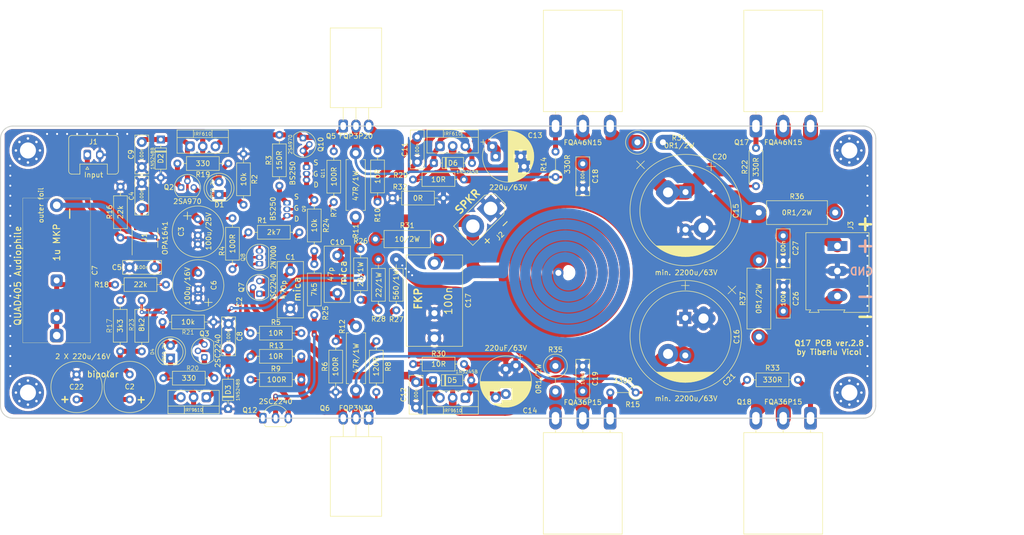
<source format=kicad_pcb>
(kicad_pcb (version 20211014) (generator pcbnew)
  (title_block (title "QUAD405 Reborn") (date "2022-12-11") (rev "2.7"))
  (layers (0 "F.Cu" signal) (31 "B.Cu" signal) (34 "B.Paste" user) (35 "F.Paste" user) (36 "B.SilkS" user "B.Silkscreen") (37 "F.SilkS" user "F.Silkscreen") (38 "B.Mask" user) (39 "F.Mask" user) (44 "Edge.Cuts" user))
  (net 0 "")
  (net 1 "GND")
  (net 2 "Net-(C1-Pad1)")
  (net 3 "Net-(C2-Pad1)")
  (net 4 "Net-(C3-Pad1)")
  (net 5 "Net-(C5-Pad2)")
  (net 6 "Net-(C16-Pad2)")
  (net 7 "Net-(C7-Pad2)")
  (net 8 "Net-(C8-Pad2)")
  (net 9 "Net-(C9-Pad2)")
  (net 10 "Net-(C10-Pad2)")
  (net 11 "Net-(C10-Pad1)")
  (net 12 "Net-(C11-Pad2)")
  (net 13 "GNDPWR")
  (net 14 "Net-(C12-Pad2)")
  (net 15 "Net-(C13-Pad1)")
  (net 16 "Net-(C14-Pad2)")
  (net 17 "Net-(C15-Pad1)")
  (net 18 "Net-(R17-Pad2)")
  (net 19 "Net-(C17-Pad1)")
  (net 20 "Net-(D1-Pad1)")
  (net 21 "Net-(D4-Pad2)")
  (net 22 "Net-(L1-Pad2)")
  (net 23 "Net-(J2-Pad2)")
  (net 24 "Net-(Q2-Pad1)")
  (net 25 "Net-(Q3-Pad1)")
  (net 26 "Net-(Q8-Pad2)")
  (net 27 "Net-(Q5-Pad3)")
  (net 28 "Net-(Q5-Pad2)")
  (net 29 "Net-(Q5-Pad1)")
  (net 30 "Net-(Q6-Pad3)")
  (net 31 "Net-(Q6-Pad2)")
  (net 32 "Net-(Q6-Pad1)")
  (net 33 "Net-(Q15-Pad1)")
  (net 34 "Net-(Q16-Pad1)")
  (net 35 "Net-(C7-Pad1)")
  (net 36 "Net-(J1-Pad2)")
  (net 37 "Net-(R24-Pad2)")
  (net 38 "Net-(R26-Pad2)")
  (net 39 "Net-(Q8-Pad1)")
  (net 40 "Net-(Q7-Pad2)")
  (net 41 "Net-(Q10-Pad2)")
  (net 42 "Net-(Q12-Pad2)")
  (net 43 "Net-(Q12-Pad3)")
  (net 44 "Net-(Q8-Pad3)")
  (net 45 "Net-(Q11-Pad2)")
  (net 46 "Net-(Q9-Pad1)")
  (net 47 "Net-(Q15-Pad3)")
  (net 48 "Net-(Q16-Pad3)")
  (net 49 "Net-(Q17-Pad1)")
  (net 50 "Net-(Q17-Pad3)")
  (net 51 "Net-(Q18-Pad1)")
  (net 52 "Net-(Q18-Pad3)")
  (net 53 "Net-(C2-Pad2)")
  (footprint "Resistor_THT:R_Axial_DIN0411_L9.9mm_D3.6mm_P12.70mm_Horizontal" (layer "F.Cu") (at 121.057419 101.099502 -90)
    (fp_text reference "R12")
    (fp_text value "47R/1W")
  )
  (footprint "MountingHole:MountingHole_3.2mm_M3_Pad_Via" (layer "F.Cu") (at 55.581419 114.309502)
    (fp_text reference "H1" hide)
    (fp_text value "MountingHole" hide)
  )
  (footprint "MountingHole:MountingHole_3.2mm_M3_Pad_Via" (layer "F.Cu") (at 219.53576 65.979502)
    (fp_text reference "H1" hide)
    (fp_text value "MountingHole" hide)
  )
  (footprint "Resistor_THT:R_Axial_DIN0414_L11.9mm_D4.5mm_P5.08mm_Vertical" (layer "F.Cu") (at 160.872979 108.999502 -90)
    (fp_text reference "R35")
    (fp_text value "0R1/2W")
  )
  (footprint "Resistor_THT:R_Axial_DIN0207_L6.3mm_D2.5mm_P10.16mm_Horizontal" (layer "F.Cu") (at 142.597419 71.779502 180)
    (fp_text reference "R29")
    (fp_text value "10R")
  )
  (footprint "Package_TO_SOT_THT:TO-220-3_Vertical" (layer "F.Cu") (at 87.927419 65.154502)
    (fp_text reference "Q1" hide)
    (fp_text value "IRF610")
  )
  (footprint "Resistor_THT:R_Axial_DIN0207_L6.3mm_D2.5mm_P10.16mm_Horizontal" (layer "F.Cu") (at 129.097419 97.879502 90)
    (fp_text reference "R27")
    (fp_text value "560/1W")
  )
  (footprint "Capacitor_THT:C_Disc_D7.5mm_W2.5mm_P5.00mm" (layer "F.Cu") (at 78.302979 69.289502 90)
    (fp_text reference "C9")
    (fp_text value "100n")
  )
  (footprint "Resistor_THT:R_Axial_DIN0207_L6.3mm_D2.5mm_P10.16mm_Horizontal" (layer "F.Cu") (at 199.12 111.76)
    (fp_text reference "R33")
    (fp_text value "330R")
  )
  (footprint "Resistor_THT:R_Axial_DIN0207_L6.3mm_D2.5mm_P10.16mm_Horizontal" (layer "F.Cu") (at 125.117419 104.039502 -90)
    (fp_text reference "R8")
    (fp_text value "120R")
  )
  (footprint "Package_TO_SOT_THT:TO-220-3_Vertical" (layer "F.Cu") (at 142.897502 115.344502 180)
    (fp_text reference "Q14" hide)
    (fp_text value "IRF9610")
  )
  (footprint "Resistor_THT:R_Axial_DIN0207_L6.3mm_D2.5mm_P10.16mm_Horizontal" (layer "F.Cu") (at 116.627419 76.289502 90)
    (fp_text reference "R7")
    (fp_text value "100R")
  )
  (footprint "Resistor_THT:R_Axial_DIN0207_L6.3mm_D2.5mm_P10.16mm_Horizontal" (layer "F.Cu") (at 121.977419 85.609502 -90)
    (fp_text reference "R26")
    (fp_text value "22/1W")
  )
  (footprint "Resistor_THT:R_Axial_DIN0207_L6.3mm_D2.5mm_P10.16mm_Horizontal" (layer "F.Cu") (at 125.367419 76.239502 90)
    (fp_text reference "R10")
    (fp_text value "10R")
  )
  (footprint "Capacitor_THT:CP_Radial_D10.0mm_P5.00mm_P7.50mm" (layer "F.Cu") (at 148.937419 67.179502)
    (fp_text reference "C13")
    (fp_text value "220u/63V")
  )
  (footprint "Package_TO_SOT_THT:TO-220-3_Horizontal_TabDown" (layer "F.Cu") (at 118.511419 61.109502)
    (fp_text reference "Q5")
    (fp_text value "FQP3P20")
  )
  (footprint "MountingHole:MountingHole_3.2mm_M3_Pad_Via" (layer "F.Cu") (at 219.54576 114.309502)
    (fp_text reference "H1" hide)
    (fp_text value "MountingHole" hide)
  )
  (footprint "Diode_THT:D_DO-35_SOD27_P7.62mm_Horizontal" (layer "F.Cu") (at 136.442825 111.849502)
    (fp_text reference "D5")
    (fp_text value "1N5245B")
  )
  (footprint "Capacitor_THT:C_Disc_D11.0mm_W5.0mm_P7.50mm" (layer "F.Cu") (at 107.957419 90.019502 -90)
    (fp_text reference "C1")
    (fp_text value "470p")
  )
  (footprint "Package_TO_SOT_THT:TO-220-3_Vertical" (layer "F.Cu") (at 137.817419 65.114502)
    (fp_text reference "Q13" hide)
    (fp_text value "IRF610")
  )
  (footprint "Package_TO_SOT_THT:TO-92" (layer "F.Cu") (at 110.477419 63.499502 -90)
    (fp_text reference "Q10")
    (fp_text value "2SA970")
  )
  (footprint "Resistor_THT:R_Axial_DIN0207_L6.3mm_D2.5mm_P10.16mm_Horizontal" (layer "F.Cu") (at 99.99 102.44)
    (fp_text reference "R5")
    (fp_text value "10R")
  )
  (footprint "Resistor_THT:R_Axial_DIN0207_L6.3mm_D2.5mm_P10.16mm_Horizontal" (layer "F.Cu") (at 83.132979 92.759502 180)
    (fp_text reference "R18")
    (fp_text value "22k")
  )
  (footprint "Connector_AMASS:AMASS_XT30U-F_1x02_P5.0mm_Vertical" (layer "F.Cu") (at 147.917387 77.552614 -135)
    (fp_text reference "J2")
    (fp_text value "Screw_Terminal_01x02" hide)
  )
  (footprint "Resistor_THT:R_Axial_DIN0414_L11.9mm_D4.5mm_P15.24mm_Horizontal" (layer "F.Cu") (at 201.48 87.92 -90)
    (fp_text reference "R37" hide)
    (fp_text value "0R1/2W")
  )
  (footprint "Resistor_THT:R_Axial_DIN0207_L6.3mm_D2.5mm_P10.16mm_Horizontal" (layer "F.Cu") (at 112.737419 75.869502 -90)
    (fp_text reference "R24")
    (fp_text value "10k")
  )
  (footprint "Diode_THT:D_DO-35_SOD27_P7.62mm_Horizontal" (layer "F.Cu") (at 136.597419 68.489502)
    (fp_text reference "D6")
    (fp_text value "1N5245B")
  )
  (footprint "Resistor_THT:R_Axial_DIN0207_L6.3mm_D2.5mm_P10.16mm_Horizontal" (layer "F.Cu") (at 78.3 106.069502 90)
    (fp_text reference "R23")
    (fp_text value "8k2")
  )
  (footprint "Capacitor_THT:C_Disc_D7.5mm_W2.5mm_P5.00mm" (layer "F.Cu") (at 166.322979 73.63 90)
    (fp_text reference "C18")
    (fp_text value "100n")
  )
  (footprint "Package_TO_SOT_THT:TO-92L_Inline_Wide" (layer "F.Cu") (at 102.47 119.41)
    (fp_text reference "Q12")
    (fp_text value "2SC2240")
  )
  (footprint "Resistor_THT:R_Axial_DIN0207_L6.3mm_D2.5mm_P10.16mm_Horizontal" (layer "F.Cu") (at 110.15 107.07 180)
    (fp_text reference "R13")
    (fp_text value "10R")
  )
  (footprint "Resistor_THT:R_Axial_DIN0207_L6.3mm_D2.5mm_P10.16mm_Horizontal" (layer "F.Cu") (at 74 106.059502 90)
    (fp_text reference "R17")
    (fp_text value "3k3")
  )
  (footprint "Capacitor_THT:C_Disc_D7.5mm_W2.5mm_P5.00mm" (layer "F.Cu") (at 133.287419 68.279502 90)
    (fp_text reference "C11")
    (fp_text value "100n")
  )
  (footprint "L:L_new" (layer "F.Cu") (at 162.827419 90.400002 180)
    (fp_text reference "L1" hide)
    (fp_text value "1u2" hide)
  )
  (footprint "LED_THT:LED_D5.0mm_Clear" (layer "F.Cu") (at 93.717419 74.779502 90)
    (fp_text reference "D1")
    (fp_text value "RED 2V")
  )
  (footprint "Resistor_THT:R_Axial_DIN0207_L6.3mm_D2.5mm_P10.16mm_Horizontal" (layer "F.Cu") (at 112.737419 88.659502 -90)
    (fp_text reference "R25")
    (fp_text value "7k5")
  )
  (footprint "Package_TO_SOT_THT:TO-92L_Inline" (layer "F.Cu") (at 111.197419 69.329502 -90)
    (fp_text reference "Q11")
    (fp_text value "BS250")
  )
  (footprint "Resistor_THT:R_Axial_DIN0207_L6.3mm_D2.5mm_P10.16mm_Horizontal" (layer "F.Cu") (at 82.459856 100.219502)
    (fp_text reference "R21")
    (fp_text value "10k")
  )
  (footprint "MountingHole:MountingHole_3.2mm_M3_Pad_Via" (layer "F.Cu") (at 55.581419 65.979502)
    (fp_text reference "H1" hide)
    (fp_text value "MountingHole" hide)
  )
  (footprint "Capacitor_THT:C_Radial_D10.0mm_H12.5mm_P5.00mm" (layer "F.Cu") (at 75.887419 110.679502 -90)
    (fp_text reference "C2")
    (fp_text value "220uF/16V" hide)
  )
  (footprint "Diode_THT:D_DO-35_SOD27_P7.62mm_Horizontal" (layer "F.Cu") (at 95.537419 117.569502 90)
    (fp_text reference "D3")
    (fp_text value "1N5248B")
  )
  (footprint "Resistor_THT:R_Axial_DIN0207_L6.3mm_D2.5mm_P5.08mm_Vertical" (layer "F.Cu") (at 160.892979 71.284502 90)
    (fp_text reference "R14")
    (fp_text value "330R")
  )
  (footprint "Package_TO_SOT_THT:TO-92L_Inline" (layer "F.Cu") (at 107.287419 76.439502 -90)
    (fp_text reference "Q9")
    (fp_text value "BS250")
  )
  (footprint "Package_TO_SOT_THT:TO-92" (layer "F.Cu") (at 86.147419 73.359502)
    (fp_text reference "Q2")
    (fp_text value "2SA970")
  )
  (footprint "Capacitor_THT:CP_Radial_D18.0mm_P7.50mm" (layer "F.Cu") (at 186.792979 99.396188 -90)
    (fp_text reference "C16")
    (fp_text value "2200uF/63V" hide)
  )
  (footprint "Capacitor_THT:CP_Radial_D22.0mm_P10.00mm_SnapIn" (layer "F.Cu") (at 183.342979 74.337925 -45)
    (fp_text reference "C20")
    (fp_text value "min. 2200u/63V")
  )
  (footprint "Capacitor_THT:CP_Axial_L20.0mm_D13.0mm_P26.00mm_Horizontal" (layer "F.Cu") (at 61.32 76.92 -90)
    (fp_text reference "C7")
    (fp_text value "1u MKP")
  )
  (footprint "Package_TO_SOT_THT:TO-220-3_Horizontal_TabDown" (layer "F.Cu") (at 123.597419 119.414502 180)
    (fp_text reference "Q6")
    (fp_text value "FQP3N30")
  )
  (footprint "Capacitor_THT:C_Disc_D11.0mm_W5.0mm_P7.50mm" (layer "F.Cu") (at 117.337419 86.939502 -90)
    (fp_text reference "C10")
    (fp_text value "47p")
  )
  (footprint "Resistor_THT:R_Axial_DIN0207_L6.3mm_D2.5mm_P10.16mm_Horizontal" (layer "F.Cu") (at 98.607419 76.819502 90)
    (fp_text reference "R2")
    (fp_text value "10k")
  )
  (footprint "" (layer "F.Cu") (at 61.32 99.42)
    (fp_text reference "")
    (fp_text value "")
  )
  (footprint "Package_TO_SOT_THT:TO-92" (layer "F.Cu") (at 101.779919 94.579502 90)
    (fp_text reference "Q7")
    (fp_text value "2SC2240")
  )
  (footprint "Package_TO_SOT_THT:TO-92" (layer "F.Cu") (at 90.799919 107.249502 90)
    (fp_text reference "Q3")
    (fp_text value "2SC2240")
  )
  (footprint "Resistor_THT:R_Axial_DIN0207_L6.3mm_D2.5mm_P10.16mm_Horizontal" (layer "F.Cu") (at 99.99 111.72)
    (fp_text reference "R9")
    (fp_text value "100R")
  )
  (footprint "Capacitor_THT:C_Rect_L18.0mm_W11.0mm_P15.00mm_FKS3_FKP3" (layer "F.Cu") (at 136.717419 88.449502 -90)
    (fp_text reference "C17")
    (fp_text value "100n")
  )
  (footprint "Resistor_THT:R_Axial_DIN0207_L6.3mm_D2.5mm_P10.16mm_Horizontal" (layer "F.Cu") (at 125.537419 97.879502 90)
    (fp_text reference "R28")
    (fp_text value "22/1W")
  )
  (footprint "Package_SO:SOIC-8_3.9x4.9mm_P1.27mm" (layer "F.Cu") (at 78.941419 83.389502 90)
    (fp_text reference "U1")
    (fp_text value "OPA1641")
  )
  (footprint "Resistor_THT:R_Axial_DIN0207_L6.3mm_D2.5mm_P10.16mm_Horizontal" (layer "F.Cu") (at 96.402979 79.519502 -90)
    (fp_text reference "R4")
    (fp_text value "100R")
  )
  (footprint "Resistor_THT:R_Axial_DIN0207_L6.3mm_D2.5mm_P5.08mm_Vertical" (layer "F.Cu") (at 176.9 114.3 180)
    (fp_text reference "R15")
    (fp_text value "330R")
  )
  (footprint "TerminalBlock:TerminalBlock_Altech_AK300-3_P5.00mm" (layer "F.Cu") (at 217.15576 85.044502 -90)
    (fp_text reference "J3")
    (fp_text value "Screw_Terminal_01x03" hide)
  )
  (footprint "Resistor_THT:R_Axial_DIN0414_L11.9mm_D4.5mm_P15.24mm_Horizontal" (layer "F.Cu") (at 216.71 78.38 180)
    (fp_text reference "R36" hide)
    (fp_text value "0R1/2W")
  )
  (footprint "Package_TO_SOT_THT:TO-220-3_Vertical" (layer "F.Cu") (at 91.189856 115.234502 180)
    (fp_text reference "Q4" hide)
    (fp_text value "IRF9610")
  )
  (footprint "Resistor_THT:R_Axial_DIN0207_L6.3mm_D2.5mm_P10.16mm_Horizontal" (layer "F.Cu") (at 82.617419 111.419502)
    (fp_text reference "R20")
    (fp_text value "330")
  )
  (footprint "Package_TO_SOT_THT:TO-3P-3_Horizontal_TabDown" (layer "F.Cu") (at 160.892979 61.109502)
    (fp_text reference "Q15" hide)
    (fp_text value "FQA46N15")
  )
  (footprint "Capacitor_THT:C_Radial_D10.0mm_H12.5mm_P5.00mm" (layer "F.Cu") (at 89.562979 95.409502 90)
    (fp_text reference "C6")
    (fp_text value "100u/16V")
  )
  (footprint "Capacitor_THT:C_Disc_D7.5mm_W2.5mm_P5.00mm" (layer "F.Cu") (at 78.302979 72.479502 -90)
    (fp_text reference "C4")
    (fp_text value "100n")
  )
  (footprint "Resistor_THT:R_Axial_DIN0207_L6.3mm_D2.5mm_P7.62mm_Horizontal" (layer "F.Cu") (at 200.9 73.1 90)
    (fp_text reference "R22" hide)
    (fp_text value "330R")
  )
  (footprint "Package_TO_SOT_THT:TO-3P-3_Horizontal_TabDown" (layer "F.Cu") (at 200.892979 61.109502)
    (fp_text reference "Q17")
    (fp_text value "FQA46N15")
  )
  (footprint "Resistor_THT:R_Axial_DIN0411_L9.9mm_D3.6mm_P12.70mm_Horizontal" (layer "F.Cu") (at 120.997419 66.519502 -90)
    (fp_text reference "R11")
    (fp_text value "47R/1W")
  )
  (footprint "Connector_Stocko:Stocko_MKS_1651-6-0-202_1x2_P2.50mm_Vertical" (layer "F.Cu") (at 67.432979 66.839502)
    (fp_text reference "J1")
    (fp_text value "Input")
  )
  (footprint "Resistor_THT:R_Axial_DIN0207_L6.3mm_D2.5mm_P10.16mm_Horizontal" (layer "F.Cu") (at 117.017419 104.039502 -90)
    (fp_text reference "R6")
    (fp_text value "100R")
  )
  (footprint "Resistor_THT:R_Axial_DIN0309_L9.0mm_D3.2mm_P12.70mm_Horizontal" (layer "F.Cu") (at 124.937419 83.669502)
    (fp_text reference "R31")
    (fp_text value "10/2W")
  )
  (footprint "Resistor_THT:R_Axial_DIN0414_L11.9mm_D4.5mm_P5.08mm_Vertical" (layer "F.Cu") (at 177.245 64.35)
    (fp_text reference "R34")
    (fp_text value "0R1/2W")
  )
  (footprint "Capacitor_THT:C_Disc_D7.5mm_W2.5mm_P5.00mm" (layer "F.Cu") (at 95.627419 100.579502 -90)
    (fp_text reference "C8")
    (fp_text value "100n")
  )
  (footprint "Capacitor_THT:CP_Radial_D22.0mm_P10.00mm_SnapIn" (layer "F.Cu") (at 190.422979 99.513968 -135)
    (fp_text reference "C21")
    (fp_text value "min. 2200u/63V")
  )
  (footprint "Capacitor_THT:C_Disc_D7.5mm_W2.5mm_P5.00mm" (layer "F.Cu") (at 133.050127 117.229502 90)
    (fp_text reference "C12")
    (fp_text value "100n")
  )
  (footprint "Capacitor_THT:C_Disc_D7.5mm_W2.5mm_P5.00mm" (layer "F.Cu") (at 166.312979 114.029502 90)
    (fp_text reference "C19")
    (fp_text value "100n")
  )
  (footprint "Capacitor_THT:C_Disc_D7.5mm_W2.5mm_P5.00mm" (layer "F.Cu") (at 75.857419 89.309502)
    (fp_text reference "C5")
    (fp_text value "100n")
  )
  (footprint "Package_TO_SOT_THT:TO-92_Inline" (layer "F.Cu") (at 101.787419 88.569502 90)
    (fp_text reference "Q8")
    (fp_text value "2N7000")
  )
  (footprint "Resistor_THT:R_Axial_DIN0207_L6.3mm_D2.5mm_P10.16mm_Horizontal" (layer "F.Cu") (at 142.627419 108.619502 180)
    (fp_text reference "R30")
    (fp_text value "10R")
  )
  (footprint "Resistor_THT:R_Axial_DIN0207_L6.3mm_D2.5mm_P10.16mm_Horizontal" (layer "F.Cu") (at 128.357419 75.479502)
    (fp_text reference "R32")
    (fp_text value "0R")
  )
  (footprint "Capacitor_THT:C_Disc_D7.5mm_W2.5mm_P5.00mm" (layer "F.Cu") (at 206.332979 88 90)
    (fp_text reference "C27" hide)
    (fp_text value "100n")
  )
  (footprint "Resistor_THT:R_Axial_DIN0207_L6.3mm_D2.5mm_P10.16mm_Horizontal" (layer "F.Cu") (at 99.587419 82.309502)
    (fp_text reference "R1")
    (fp_text value "2k7")
  )
  (footprint "Capacitor_THT:CP_Radial_D10.0mm_P5.00mm_P7.50mm" (layer "F.Cu") (at 150.96 109.6 -90)
    (fp_text reference "C14")
    (fp_text value "220uF/63V")
  )
  (footprint "Capacitor_THT:C_Radial_D10.0mm_H12.5mm_P5.00mm" (layer "F.Cu") (at 65.29 110.68 -90)
    (fp_text reference "C22")
    (fp_text value "2 X 220u/16V")
  )
  (footprint "LED_THT:LED_D5.0mm_Clear" (layer "F.Cu") (at 84.039856 107.439502 90)
    (fp_text reference "D4")
    (fp_text value "RED 2V")
  )
  (footprint "Capacitor_THT:CP_Radial_D18.0mm_P7.50mm" (layer "F.Cu") (at 186.842979 74.287925 -90)
    (fp_text reference "C15")
    (fp_text value "2200uF/63V" hide)
  )
  (footprint "" (layer "F.Cu") (at 61.32 91.92)
    (fp_text reference "")
    (fp_text value "")
  )
  (footprint "Diode_THT:D_DO-35_SOD27_P7.62mm_Horizontal" (layer "F.Cu") (at 82.097419 63.789502 -90)
    (fp_text reference "D2")
    (fp_text value "1N5248B")
  )
  (footprint "Capacitor_THT:C_Radial_D10.0mm_H12.5mm_P5.00mm" (layer "F.Cu") (at 89.502979 79.679502 -90)
    (fp_text reference "C3")
    (fp_text value "100u/25V")
  )
  (footprint "Resistor_THT:R_Axial_DIN0207_L6.3mm_D2.5mm_P10.16mm_Horizontal" (layer "F.Cu") (at 95.577419 68.579502 180)
    (fp_text reference "R19")
    (fp_text value "330")
  )
  (footprint "Package_TO_SOT_THT:TO-3P-3_Horizontal_TabDown" (layer "F.Cu") (at 211.782979 119.419502 180)
    (fp_text reference "Q18")
    (fp_text value "FQA36P15")
  )
  (footprint "Capacitor_THT:C_Disc_D7.5mm_W2.5mm_P5.00mm" (layer "F.Cu") (at 206.352979 98.06 90)
    (fp_text reference "C26")
    (fp_text value "100n")
  )
  (footprint "Resistor_THT:R_Axial_DIN0207_L6.3mm_D2.5mm_P10.16mm_Horizontal" (layer "F.Cu") (at 105.767419 62.862002 -90)
    (fp_text reference "R3")
    (fp_text value "150R")
  )
  (footprint "Package_TO_SOT_THT:TO-3P-3_Horizontal_TabDown" (layer "F.Cu") (at 171.782979 119.419502 180)
    (fp_text reference "Q16" hide)
    (fp_text value "FQA36P15")
  )
  (footprint "Resistor_THT:R_Axial_DIN0207_L6.3mm_D2.5mm_P10.16mm_Horizontal" (layer "F.Cu") (at 74.047419 73.219502 -90)
    (fp_text reference "R16")
    (fp_text value "22k")
  )
  (gr_line (start 52.567419 61.109502) (end 222.362979 61.109502) (layer "Edge.Cuts") (width 0.2))
  (gr_arc (start 222.362979 61.109502) (mid 224.09539 61.82709) (end 224.812978 63.559501) (layer "Edge.Cuts") (width 0.2))
  (gr_line (start 224.812979 63.559502) (end 224.800567 116.967091) (layer "Edge.Cuts") (width 0.2))
  (gr_line (start 52.555007 119.417091) (end 222.350568 119.41709) (layer "Edge.Cuts") (width 0.2))
  (gr_arc (start 52.555007 119.417091) (mid 50.822595 118.699503) (end 50.105007 116.967091) (layer "Edge.Cuts") (width 0.2))
  (gr_line (start 50.117419 63.559502) (end 50.105007 116.967091) (layer "Edge.Cuts") (width 0.2))
  (gr_arc (start 224.800567 116.967091) (mid 224.082979 118.699502) (end 222.350568 119.41709) (layer "Edge.Cuts") (width 0.2))
  (gr_arc (start 50.117419 63.559502) (mid 50.835007 61.827091) (end 52.567418 61.109503) (layer "Edge.Cuts") (width 0.2))
  (gr_text "GND" (at 221.95 90.12) (layer "B.SilkS") (effects (font (size 1.5 1.5) (thickness 0.3)) (justify mirror)))
  (gr_text "-" (at 222.71 94.969502) (layer "B.SilkS") (effects (font (size 3 3) (thickness 0.5))))
  (gr_text "+" (at 222.71 84.869502) (layer "B.SilkS") (effects (font (size 3 3) (thickness 0.5))))
  (gr_text "QUAD405 Audiophile" (at 53.55 90.989502 90) (layer "F.SilkS") (effects (font (size 1.3 1.3) (thickness 0.2))))
  (gr_text "+" (at 78.19 115.64) (layer "F.SilkS") (effects (font (size 1.5 1.5) (thickness 0.3))))
  (gr_text "mica" (at 118.49 90.45 90) (layer "F.SilkS") (effects (font (size 1.4 1.4) (thickness 0.2))))
  (gr_text "FKP" (at 133.48 95.55 90) (layer "F.SilkS") (effects (font (size 1.5 1.5) (thickness 0.3))))
  (gr_text "bipolar" (at 70.53 110.64) (layer "F.SilkS") (effects (font (size 1.2 1.2) (thickness 0.2))))
  (gr_text "G" (at 109.147419 77.489502) (layer "F.SilkS") (effects (font (size 1 1))))
  (gr_text "D" (at 113.097419 72.819502) (layer "F.SilkS") (effects (font (size 1 1))))
  (gr_text "S" (at 113.057419 68.409502) (layer "F.SilkS") (effects (font (size 1 1))))
  (gr_text "G" (at 113.017419 70.669502) (layer "F.SilkS") (effects (font (size 1 1))))
  (gr_text "-" (at 222.71 98.97) (layer "F.SilkS") (effects (font (size 3 3) (thickness 0.5))))
  (gr_text "+" (at 62.96 115.58) (layer "F.SilkS") (effects (font (size 1.5 1.5) (thickness 0.3))))
  (gr_text "mica" (at 109.3 93.66 90) (layer "F.SilkS") (effects (font (size 1.4 1.4) (thickness 0.2))))
  (gr_text "Q17 PCB ver.2.8\nby Tiberiu Vicol" (at 215.51 105.33) (layer "F.SilkS") (effects (font (size 1.1 1.1) (thickness 0.2))))
  (gr_text "+" (at 222.71 80.49) (layer "F.SilkS") (effects (font (size 3 3) (thickness 0.5))))
  (gr_text "S" (at 109.187419 75.229502) (layer "F.SilkS") (effects (font (size 1 1))))
  (gr_text "SPKR" (at 143.34 76.19 45) (layer "F.SilkS") (effects (font (size 1.5 1.5) (thickness 0.3))))
  (gr_text "D" (at 109.217419 79.639502) (layer "F.SilkS") (effects (font (size 1 1))))
  (via (at 52.06 101.01) (size 0.8) (drill 0.4) (layers "F.Cu" "B.Cu") (net 1))
  (via (at 67.4 62.68) (size 0.8) (drill 0.4) (layers "F.Cu" "B.Cu") (net 1))
  (via (at 52.06 107.01) (size 0.8) (drill 0.4) (layers "F.Cu" "B.Cu") (net 1))
  (via (at 52.06 69.01) (size 0.8) (drill 0.4) (layers "F.Cu" "B.Cu") (net 1))
  (via (at 69.4 62.68) (size 0.8) (drill 0.4) (layers "F.Cu" "B.Cu") (net 1))
  (via (at 52.06 105.01) (size 0.8) (drill 0.4) (layers "F.Cu" "B.Cu") (net 1))
  (via (at 52.06 97.01) (size 0.8) (drill 0.4) (layers "F.Cu" "B.Cu") (net 1))
  (via (at 59.4 62.68) (size 0.8) (drill 0.4) (layers "F.Cu" "B.Cu") (net 1))
  (via (at 52.06 77.01) (size 0.8) (drill 0.4) (layers "F.Cu" "B.Cu") (net 1))
  (via (at 63.4 62.68) (size 0.8) (drill 0.4) (layers "F.Cu" "B.Cu") (net 1))
  (via (at 52.06 71.01) (size 0.8) (drill 0.4) (layers "F.Cu" "B.Cu") (net 1))
  (via (at 52.06 109.01) (size 0.8) (drill 0.4) (layers "F.Cu" "B.Cu") (net 1))
  (via (at 52.06 103.01) (size 0.8) (drill 0.4) (layers "F.Cu" "B.Cu") (net 1))
  (via (at 52.06 111.01) (size 0.8) (drill 0.4) (layers "F.Cu" "B.Cu") (net 1))
  (via (at 52.06 85.01) (size 0.8) (drill 0.4) (layers "F.Cu" "B.Cu") (net 1))
  (via (at 52.06 89.01) (size 0.8) (drill 0.4) (layers "F.Cu" "B.Cu") (net 1))
  (via (at 61.4 62.68) (size 0.8) (drill 0.4) (layers "F.Cu" "B.Cu") (net 1))
  (via (at 52.06 91.01) (size 0.8) (drill 0.4) (layers "F.Cu" "B.Cu") (net 1))
  (via (at 52.06 87.01) (size 0.8) (drill 0.4) (layers "F.Cu" "B.Cu") (net 1))
  (via (at 52.06 75.01) (size 0.8) (drill 0.4) (layers "F.Cu" "B.Cu") (net 1))
  (via (at 52.06 79.01) (size 0.8) (drill 0.4) (layers "F.Cu" "B.Cu") (net 1))
  (via (at 52.06 73.01) (size 0.8) (drill 0.4) (layers "F.Cu" "B.Cu") (net 1))
  (via (at 65.4 62.68) (size 0.8) (drill 0.4) (layers "F.Cu" "B.Cu") (net 1))
  (via (at 73.4 62.68) (size 0.8) (drill 0.4) (layers "F.Cu" "B.Cu") (net 1))
  (via (at 52.06 99.01) (size 0.8) (drill 0.4) (layers "F.Cu" "B.Cu") (net 1))
  (via (at 52.06 83.01) (size 0.8) (drill 0.4) (layers "F.Cu" "B.Cu") (net 1))
  (via (at 71.4 62.68) (size 0.8) (drill 0.4) (layers "F.Cu" "B.Cu") (net 1))
  (via (at 52.06 95.01) (size 0.8) (drill 0.4) (layers "F.Cu" "B.Cu") (net 1))
  (via (at 52.06 81.01) (size 0.8) (drill 0.4) (layers "F.Cu" "B.Cu") (net 1))
  (via (at 75.4 62.68) (size 0.8) (drill 0.4) (layers "F.Cu" "B.Cu") (net 1))
  (via (at 52.06 93.01) (size 0.8) (drill 0.4) (layers "F.Cu" "B.Cu") (net 1))
  (segment (start 108.836099 83.220822) (end 109.747419 82.309502) (width 1) (layer "F.Cu") (net 2))
  (segment (start 101.779919 92.039502) (end 104.694778 92.039502) (width 1) (layer "F.Cu") (net 2))
  (segment (start 106.816099 91.160822) (end 107.957419 90.019502) (width 1) (layer "F.Cu") (net 2))
  (segment (start 107.957419 90.019502) (end 107.957419 85.342143) (width 1) (layer "F.Cu") (net 2))
  (arc (start 104.694778 92.039502) (mid 105.842829 91.81114) (end 106.816099 91.160822) (width 1) (layer "F.Cu") (net 2))
  (arc (start 108.836099 83.220822) (mid 108.18578 84.194092) (end 107.957419 85.342143) (width 1) (layer "F.Cu") (net 2))
  (segment (start 78.3 106.069502) (end 74.01 106.069502) (width 1) (layer "F.Cu") (net 3))
  (segment (start 74 106.059502) (end 74 107.963656) (width 1) (layer "F.Cu") (net 3))
  (segment (start 74.01 106.069502) (end 74 106.059502) (width 1) (layer "F.Cu") (net 3))
  (segment (start 74.585787 109.37787) (end 75.887419 110.679502) (width 1) (layer "F.Cu") (net 3))
  (arc (start 74.585787 109.37787) (mid 74.152241 108.729023) (end 74 107.963656) (width 1) (layer "F.Cu") (net 3))
  (segment (start 93.007419 65.154502) (end 93.832419 64.329502) (width 1) (layer "F.Cu") (net 4))
  (segment (start 93.832419 64.329502) (end 98.524778 64.329502) (width 1) (layer "F.Cu") (net 4))
  (segment (start 91.044299 81.220822) (end 89.502979 79.679502) (width 1) (layer "F.Cu") (net 4))
  (segment (start 100.83874 77.928181) (end 97.546098 81.220823) (width 1) (layer "F.Cu") (net 4))
  (segment (start 78.302979 80.911062) (end 78.306419 80.914502) (width 0.5) (layer "F.Cu") (net 4))
  (segment (start 78.302979 77.479502) (end 86.060338 77.479502) (width 1.5) (layer "F.Cu") (net 4))
  (segment (start 100.646098 65.208181) (end 100.838739 65.400822) (width 1) (layer "F.Cu") (net 4))
  (segment (start 78.302979 77.479502) (end 78.302979 80.911062) (width 0.5) (layer "F.Cu") (net 4))
  (segment (start 95.424778 82.099502) (end 93.16562 82.099502) (width 1) (layer "F.Cu") (net 4))
  (segment (start 101.717419 67.522143) (end 101.717419 75.806861) (width 1) (layer "F.Cu") (net 4))
  (segment (start 88.181659 78.358182) (end 89.502979 79.679502) (width 1.5) (layer "F.Cu") (net 4))
  (arc (start 101.717419 75.806861) (mid 101.489058 76.954911) (end 100.83874 77.928181) (width 1) (layer "F.Cu") (net 4))
  (arc (start 91.044299 81.220822) (mid 92.017569 81.871141) (end 93.16562 82.099502) (width 1) (layer "F.Cu") (net 4))
  (arc (start 98.524778 64.329502) (mid 99.672828 64.557863) (end 100.646098 65.208181) (width 1) (layer "F.Cu") (net 4))
  (arc (start 100.838739 65.400822) (mid 101.489058 66.374092) (end 101.717419 67.522143) (width 1) (layer "F.Cu") (net 4))
  (arc (start 88.181659 78.358182) (mid 87.208389 77.707863) (end 86.060338 77.479502) (width 1.5) (layer "F.Cu") (net 4))
  (arc (start 97.546098 81.220823) (mid 96.572828 81.871141) (end 95.424778 82.099502) (width 1) (layer "F.Cu") (net 4))
  (segment (start 82.413739 114.355822) (end 81.538524 113.480607) (width 1) (layer "F.Cu") (net 5))
  (segment (start 80.857419 89.309502) (end 80.857419 85.875502) (width 0.5) (layer "F.Cu") (net 5))
  (segment (start 80.659845 111.359287) (end 80.659845 99.322007) (width 1) (layer "F.Cu") (net 5))
  (segment (start 86.109856 115.234502) (end 84.53506 115.234502) (width 1) (layer "F.Cu") (net 5))
  (segment (start 88.790142 90.409502) (end 89.562979 90.409502) (width 1) (layer "F.Cu") (net 5))
  (segment (start 88.755872 89.602395) (end 89.562979 90.409502) (width 1.5) (layer "F.Cu") (net 5))
  (segment (start 80.857419 89.309502) (end 88.048765 89.309502) (width 1.5) (layer "F.Cu") (net 5))
  (segment (start 80.857419 85.875502) (end 80.846419 85.864502) (width 0.5) (layer "F.Cu") (net 5))
  (segment (start 81.212949 97.986695) (end 88.790142 90.409502) (width 1) (layer "F.Cu") (net 5))
  (segment (start 80.846419 89.298502) (end 80.857419 89.309502) (width 0.6) (layer "F.Cu") (net 5))
  (segment (start 80.659845 89.507076) (end 80.857419 89.309502) (width 1) (layer "F.Cu") (net 5))
  (arc (start 82.413739 114.355822) (mid 83.387009 115.006141) (end 84.53506 115.234502) (width 1) (layer "F.Cu") (net 5))
  (arc (start 88.755872 89.602395) (mid 88.431449 89.385622) (end 88.048765 89.309502) (width 1.5) (layer "F.Cu") (net 5))
  (arc (start 80.659845 99.322007) (mid 80.803592 98.599341) (end 81.212949 97.986695) (width 1) (layer "F.Cu") (net 5))
  (arc (start 81.538524 113.480607) (mid 80.888206 112.507337) (end 80.659845 111.359287) (width 1) (layer "F.Cu") (net 5))
  (segment (start 206.352979 98.06) (end 212.069194 98.06) (width 3) (layer "F.Cu") (net 6))
  (segment (start 181.351911 108.585036) (end 173.828513 108.585036) (width 3) (layer "F.Cu") (net 6))
  (segment (start 186.481827 106.585036) (end 186.792979 106.896188) (width 2) (layer "F.Cu") (net 6))
  (segment (start 139.478822 110.710905) (end 138.266098 109.498181) (width 1) (layer "F.Cu") (net 6))
  (segment (start 154.344466 116.715534) (end 158.055534 113.004466) (width 1.5) (layer "F.Cu") (net 6))
  (segment (start 165.287943 113.004466) (end 166.312979 114.029502) (width 1) (layer "F.Cu") (net 6))
  (segment (start 170.292979 110.049502) (end 166.312979 114.029502) (width 3) (layer "F.Cu") (net 6))
  (segment (start 136.144778 108.619502) (end 132.467419 108.619502) (width 1) (layer "F.Cu") (net 6))
  (segment (start 140.357502 115.344502) (end 140.357502 116.703288) (width 1.5) (layer "F.Cu") (net 6))
  (segment (start 141.834214 118.18) (end 150.808932 118.18) (width 1.5) (layer "F.Cu") (net 6))
  (segment (start 161.591068 111.54) (end 161.752409 111.54) (width 1) (layer "F.Cu") (net 6))
  (segment (start 140.357502 115.344502) (end 140.357502 112.832226) (width 1) (layer "F.Cu") (net 6))
  (segment (start 206.352979 98.06) (end 206.352979 119.399502) (width 3) (layer "F.Cu") (net 6))
  (segment (start 215.604728 96.595534) (end 217.15576 95.044502) (width 3) (layer "F.Cu") (net 6))
  (segment (start 201.451068 98.06) (end 206.352979 98.06) (width 3) (layer "F.Cu") (net 6))
  (segment (start 183.351911 106.585036) (end 186.481827 106.585036) (width 3) (layer "F.Cu") (net 6))
  (segment (start 140.650395 117.410395) (end 141.127107 117.887107) (width 1.5) (layer "F.Cu") (net 6))
  (segment (start 186.792979 106.896188) (end 188.472744 106.896188) (width 3) (layer "F.Cu") (net 6))
  (segment (start 192.008278 105.431722) (end 197.915534 99.524466) (width 3) (layer "F.Cu") (net 6))
  (segment (start 166.312979 114.029502) (end 166.312979 117.069502) (width 3) (layer "F.Cu") (net 6))
  (segment (start 166.312979 117.069502) (end 166.302979 117.079502) (width 1.25) (layer "F.Cu") (net 6))
  (segment (start 183.351911 106.585036) (end 181.351911 108.585036) (width 3) (layer "F.Cu") (net 6))
  (segment (start 206.352979 119.399502) (end 206.332979 119.419502) (width 2.5) (layer "F.Cu") (net 6))
  (arc (start 192.008278 105.431722) (mid 190.386161 106.515586) (end 188.472744 106.896188) (width 3) (layer "F.Cu") (net 6))
  (arc (start 140.357502 116.703288) (mid 140.433622 117.085971) (end 140.650395 117.410395) (width 1.5) (layer "F.Cu") (net 6))
  (arc (start 173.828513 108.585036) (mid 171.915096 108.965638) (end 170.292979 110.049502) (width 3) (layer "F.Cu") (net 6))
  (arc (start 136.144778 108.619502) (mid 137.292828 108.847863) (end 138.266098 109.498181) (width 1) (layer "F.Cu") (net 6))
  (arc (start 158.055534 113.004466) (mid 159.677651 111.920602) (end 161.591068 111.54) (width 1.5) (layer "F.Cu") (net 6))
  (arc (start 201.451068 98.06) (mid 199.537651 98.440602) (end 197.915534 99.524466) (width 3) (layer "F.Cu") (net 6))
  (arc (start 165.287943 113.004466) (mid 163.665826 111.920602) (end 161.752409 111.54) (width 1.5) (layer "F.Cu") (net 6))
  (arc (start 141.127107 117.887107) (mid 141.45153 118.10388) (end 141.834214 118.18) (width 1.5) (layer "F.Cu") (net 6))
  (arc (start 154.344466 116.715534) (mid 152.722349 117.799398) (end 150.808932 118.18) (width 1.5) (layer "F.Cu") (net 6))
  (arc (start 139.478822 110.710905) (mid 140.129141 111.684175) (end 140.357502 112.832226) (width 1) (layer "F.Cu") (net 6))
  (arc (start 212.069194 98.06) (mid 213.982611 97.679398) (end 215.604728 96.595534) (width 3) (layer "F.Cu") (net 6))
  (segment (start 61.32 99.42) (end 61.32 102.92) (width 1) (layer "F.Cu") (net 7))
  (segment (start 61.32 91.92) (end 61.32 99.42) (width 1) (layer "F.Cu") (net 7))
  (segment (start 61.32 91.92) (end 62.159502 92.759502) (width 1) (layer "F.Cu") (net 7))
  (segment (start 62.159502 92.759502) (end 72.972979 92.759502) (width 1) (layer "F.Cu") (net 7))
  (segment (start 95.227419 105.979502) (end 95.627419 105.579502) (width 0.5) (layer "F.Cu") (net 8))
  (segment (start 95.537419 111.323519) (end 91.626436 115.234502) (width 1) (layer "F.Cu") (net 8))
  (segment (start 95.537419 105.669502) (end 95.627419 105.579502) (width 1) (layer "F.Cu") (net 8))
  (segment (start 95.237419 105.969502) (end 95.627419 105.579502) (width 1) (layer "F.Cu") (net 8))
  (segment (start 95.537419 109.949502) (end 95.537419 111.323519) (width 1) (layer "F.Cu") (net 8))
  (segment (start 95.537419 109.949502) (end 95.537419 105.669502) (width 1) (layer "F.Cu") (net 8))
  (segment (start 89.529919 105.979502) (end 95.227419 105.979502) (width 0.5) (layer "F.Cu") (net 8))
  (segment (start 91.626436 115.234502) (end 91.189856 115.234502) (width 1) (layer "F.Cu") (net 8))
  (segment (start 87.417419 65.664502) (end 87.927419 65.154502) (width 1) (layer "F.Cu") (net 9))
  (segment (start 82.097419 63.789502) (end 78.802979 63.789502) (width 1) (layer "F.Cu") (net 9))
  (segment (start 82.097419 63.789502) (end 85.319778 63.789502) (width 1) (layer "F.Cu") (net 9))
  (segment (start 78.802979 63.789502) (end 78.302979 64.289502) (width 1) (layer "F.Cu") (net 9))
  (segment (start 87.417419 72.089502) (end 87.417419 73.786861) (width 0.5) (layer "F.Cu") (net 9))
  (segment (start 87.441099 64.668182) (end 87.927419 65.154502) (width 1) (layer "F.Cu") (net 9))
  (segment (start 87.417419 72.089502) (end 87.417419 65.664502) (width 1) (layer "F.Cu") (net 9))
  (segment (start 93.15006 79.519502) (end 96.402979 79.519502) (width 0.5) (layer "F.Cu") (net 9))
  (segment (start 88.296099 75.908182) (end 91.02874 78.640823) (width 0.5) (layer "F.Cu") (net 9))
  (arc (start 87.417419 73.786861) (mid 87.64578 74.934912) (end 88.296099 75.908182) (width 0.5) (layer "F.Cu") (net 9))
  (arc (start 93.15006 79.519502) (mid 92.00201 79.291141) (end 91.02874 78.640823) (width 0.5) (layer "F.Cu") (net 9))
  (arc (start 85.319778 63.789502) (mid 86.467829 64.017864) (end 87.441099 64.668182) (width 1) (layer "F.Cu") (net 9))
  (segment (start 128.467419 97.879502) (end 123.186098 103.160823) (width 1) (layer "F.Cu") (net 10))
  (segment (start 129.097419 97.879502) (end 128.467419 97.879502) (width 1) (layer "F.Cu") (net 10))
  (segment (start 121.064778 104.039502) (end 117.017419 104.039502) (width 1) (layer "F.Cu") (net 10))
  (segment (start 117.337419 103.719502) (end 117.017419 104.039502) (width 1) (layer "F.Cu") (net 10))
  (segment (start 101.779919 94.579502) (end 117.197419 94.579502) (width 1) (layer "F.Cu") (net 10))
  (segment (start 117.337419 94.439502) (end 117.337419 103.719502) (width 1) (layer "F.Cu") (net 10))
  (segment (start 117.197419 94.579502) (end 117.337419 94.439502) (width 1) (layer "F.Cu") (net 10))
  (arc (start 121.064778 104.039502) (mid 122.212828 103.811141) (end 123.186098 103.160823) (width 1) (layer "F.Cu") (net 10))
  (segment (start 120.997419 84.215288) (end 120.997419 79.219502) (width 1.5) (layer "F.Cu") (net 11))
  (segment (start 120.997419 82.141502) (end 120.997419 79.219502) (width 1.5) (layer "F.Cu") (net 11))
  (segment (start 119.857419 99.899502) (end 119.857419 90.702143) (width 1.5) (layer "F.Cu") (net 11))
  (segment (start 118.374526 85.902395) (end 117.337419 86.939502) (width 1.5) (layer "F.Cu") (net 11))
  (segment (start 121.977419 85.609502) (end 119.081633 85.609502) (width 1.5) (layer "F.Cu") (net 11))
  (segment (start 121.977419 85.609502) (end 121.290312 84.922395) (width 1.5) (layer "F.Cu") (net 11))
  (segment (start 118.978739 88.580822) (end 117.337419 86.939502) (width 1.5) (layer "F.Cu") (net 11))
  (segment (start 121.057419 101.099502) (end 119.857419 99.899502) (width 1.5) (layer "F.Cu") (net 11))
  (arc (start 119.857419 90.702143) (mid 119.629057 89.554092) (end 118.978739 88.580822) (width 1.5) (layer "F.Cu") (net 11))
  (arc (start 121.290312 84.922395) (mid 121.073539 84.597972) (end 120.997419 84.215288) (width 1.5) (layer "F.Cu") (net 11))
  (arc (start 118.374526 85.902395) (mid 118.698949 85.685622) (end 119.081633 85.609502) (width 1.5) (layer "F.Cu") (net 11))
  (segment (start 91.529133 62.862002) (end 105.767419 62.862002) (width 1) (layer "F.Cu") (net 12))
  (segment (start 143.338739 65.555822) (end 142.897419 65.114502) (width 1) (layer "F.Cu") (net 12))
  (segment (start 93.717419 72.239502) (end 93.717419 71.682143) (width 1) (layer "F.Cu") (net 12))
  (segment (start 110.477419 63.499502) (end 110.60693 63.369991) (width 1) (layer "F.Cu") (net 12))
  (segment (start 90.467419 65.154502) (end 90.467419 64.885722) (width 1) (layer "F.Cu") (net 12))
  (segment (start 90.760312 63.216609) (end 90.822026 63.154895) (width 1) (layer "F.Cu") (net 12))
  (segment (start 118.605846 71.335288) (end 120.980564 71.335288) (width 1) (layer "F.Cu") (net 12))
  (segment (start 110.60693 63.369991) (end 112.563694 63.369991) (width 1) (layer "F.Cu") (net 12))
  (segment (start 114.047419 65.267929) (end 114.047419 66.776861) (width 1) (layer "F.Cu") (net 12))
  (segment (start 91.346099 69.868182) (end 93.717419 72.239502) (width 1) (layer "F.Cu") (net 12))
  (segment (start 125.367419 76.239502) (end 125.367419 74.479502) (width 1.5) (layer "F.Cu") (net 12))
  (segment (start 114.926099 68.898182) (end 116.484526 70.456609) (width 1) (layer "F.Cu") (net 12))
  (segment (start 109.839919 62.862002) (end 110.477419 63.499502) (width 1) (layer "F.Cu") (net 12))
  (segment (start 125.367419 73.02616) (end 125.347419 73.00616) (width 1) (layer "F.Cu") (net 12))
  (segment (start 90.467419 65.154502) (end 90.467419 67.746861) (width 1) (layer "F.Cu") (net 12))
  (segment (start 123.101885 72.213968) (end 125.367419 74.479502) (width 1) (layer "F.Cu") (net 12))
  (segment (start 133.287419 63.823519) (end 126.226098 70.88484) (width 1.5) (layer "F.Cu") (net 12))
  (segment (start 144.217419 68.489502) (end 144.217419 67.677143) (width 1) (layer "F.Cu") (net 12))
  (segment (start 133.287419 63.279502) (end 133.287419 63.823519) (width 1.5) (layer "F.Cu") (net 12))
  (segment (start 94.596099 69.560822) (end 95.577419 68.579502) (width 1) (layer "F.Cu") (net 12))
  (segment (start 90.467419 65.154502) (end 90.467419 63.923716) (width 1) (layer "F.Cu") (net 12))
  (segment (start 105.767419 62.862002) (end 109.839919 62.862002) (width 1) (layer "F.Cu") (net 12))
  (segment (start 125.367419 74.479502) (end 125.367419 73.02616) (width 1.5) (layer "F.Cu") (net 12))
  (segment (start 113.270801 63.662884) (end 113.461632 63.853715) (width 1) (layer "F.Cu") (net 12))
  (arc (start 113.461632 63.853715) (mid 113.895178 64.502562) (end 114.047419 65.267929) (width 1) (layer "F.Cu") (net 12))
  (arc (start 91.529133 62.862002) (mid 91.14645 62.938122) (end 90.822026 63.154895) (width 1) (layer "F.Cu") (net 12))
  (arc (start 120.980564 71.335288) (mid 122.128615 71.56365) (end 123.101885 72.213968) (width 1) (layer "F.Cu") (net 12))
  (arc (start 143.338739 65.555822) (mid 143.989058 66.529092) (end 144.217419 67.677143) (width 1) (layer "F.Cu") (net 12))
  (arc (start 126.226098 70.88484) (mid 125.57578 71.85811) (end 125.347419 73.00616) (width 1.5) (layer "F.Cu") (net 12))
  (arc (start 93.717419 71.682143) (mid 93.945781 70.534092) (end 94.596099 69.560822) (width 1) (layer "F.Cu") (net 12))
  (arc (start 114.926099 68.898182) (mid 114.27578 67.924912) (end 114.047419 66.776861) (width 1) (layer "F.Cu") (net 12))
  (arc (start 90.760312 63.216609) (mid 90.543539 63.541032) (end 90.467419 63.923716) (width 1) (layer "F.Cu") (net 12))
  (arc (start 91.346099 69.868182) (mid 90.69578 68.894912) (end 90.467419 67.746861) (width 1) (layer "F.Cu") (net 12))
  (arc (start 112.563694 63.369991) (mid 112.946378 63.446111) (end 113.270801 63.662884) (width 1) (layer "F.Cu") (net 12))
  (arc (start 118.605846 71.335288) (mid 117.457796 71.106927) (end 116.484526 70.456609) (width 1) (layer "F.Cu") (net 12))
  (segment (start 133.287419 63.279502) (end 133.897419 62.669502) (width 1.5) (layer "B.Cu") (net 12))
  (segment (start 142.897419 65.09321) (end 142.897419 65.114502) (width 1.25) (layer "B.Cu") (net 12))
  (segment (start 133.897419 62.669502) (end 140.214778 62.669502) (width 1.5) (layer "B.Cu") (net 12))
  (segment (start 142.897419 64.109502) (end 142.897419 65.114502) (width 1.5) (layer "B.Cu") (net 12))
  (segment (start 142.336099 63.548182) (end 142.897419 64.109502) (width 1.5) (layer "B.Cu") (net 12))
  (arc (start 140.214778 62.669502) (mid 141.362829 62.897864) (end 142.336099 63.548182) (width 1.5) (layer "B.Cu") (net 12))
  (via (at 223.15 73.01) (size 0.8) (drill 0.4) (layers "F.Cu" "B.Cu") (net 13))
  (via (at 223.15 79.01) (size 0.8) (drill 0.4) (layers "F.Cu" "B.Cu") (net 13))
  (via (at 223.15 89.01) (size 0.8) (drill 0.4) (layers "F.Cu" "B.Cu") (net 13))
  (via (at 223.15 93.01) (size 0.8) (drill 0.4) (layers "F.Cu" "B.Cu") (net 13))
  (via (at 223.15 77.01) (size 0.8) (drill 0.4) (layers "F.Cu" "B.Cu") (net 13))
  (via (at 223.15 81.01) (size 0.8) (drill 0.4) (layers "F.Cu" "B.Cu") (net 13))
  (via (at 223.15 107.01) (size 0.8) (drill 0.4) (layers "F.Cu" "B.Cu") (net 13))
  (via (at 223.15 75.01) (size 0.8) (drill 0.4) (layers "F.Cu" "B.Cu") (net 13))
  (via (at 223.15 95.01) (size 0.8) (drill 0.4) (layers "F.Cu" "B.Cu") (net 13))
  (via (at 223.15 71.01) (size 0.8) (drill 0.4) (layers "F.Cu" "B.Cu") (net 13))
  (via (at 223.15 111.01) (size 0.8) (drill 0.4) (layers "F.Cu" "B.Cu") (net 13))
  (via (at 223.15 87.01) (size 0.8) (drill 0.4) (layers "F.Cu" "B.Cu") (net 13))
  (via (at 223.15 99.01) (size 0.8) (drill 0.4) (layers "F.Cu" "B.Cu") (net 13))
  (via (at 223.15 83.01) (size 0.8) (drill 0.4) (layers "F.Cu" "B.Cu") (net 13))
  (via (at 223.15 97.01) (size 0.8) (drill 0.4) (layers "F.Cu" "B.Cu") (net 13))
  (via (at 223.15 101.01) (size 0.8) (drill 0.4) (layers "F.Cu" "B.Cu") (net 13))
  (via (at 223.15 103.01) (size 0.8) (drill 0.4) (layers "F.Cu" "B.Cu") (net 13))
  (via (at 223.15 105.01) (size 0.8) (drill 0.4) (layers "F.Cu" "B.Cu") (net 13))
  (via (at 223.15 109.01) (size 0.8) (drill 0.4) (layers "F.Cu" "B.Cu") (net 13))
  (via (at 223.15 91.01) (size 0.8) (drill 0.4) (layers "F.Cu" "B.Cu") (net 13))
  (via (at 223.15 69.01) (size 0.8) (drill 0.4) (layers "F.Cu" "B.Cu") (net 13))
  (via (at 223.15 85.01) (size 0.8) (drill 0.4) (layers "F.Cu" "B.Cu") (net 13))
  (segment (start 91.296205 117.547201) (end 89.207201 117.547201) (width 1) (layer "F.Cu") (net 14))
  (segment (start 88.649856 114.291939) (end 86.656098 112.298181) (width 1) (layer "F.Cu") (net 14))
  (segment (start 137.321505 114.848505) (end 137.817502 115.344502) (width 1.5) (layer "F.Cu") (net 14))
  (segment (start 98.49868 115.48868) (end 101.8 118.79) (width 1) (layer "F.Cu") (net 14))
  (segment (start 133.050127 112.229502) (end 132.03302 111.212395) (width 1.5) (layer "F.Cu") (net 14))
  (segment (start 131.325913 110.919502) (end 119.142143 110.919502) (width 1.5) (layer "F.Cu") (net 14))
  (segment (start 101.41132 105.64868) (end 99.99 107.07) (width 1.5) (layer "F.Cu") (net 14))
  (segment (start 88.649856 116.989856) (end 88.649856 115.234502) (width 1) (layer "F.Cu") (net 14))
  (segment (start 89.207201 117.547201) (end 88.649856 116.989856) (width 1) (layer "F.Cu") (net 14))
  (segment (start 97.62 112.3) (end 97.62 113.367359) (width 1) (layer "F.Cu") (net 14))
  (segment (start 97.62 112.3) (end 93.249177 116.670823) (width 1) (layer "F.Cu") (net 14))
  (segment (start 84.039856 107.439502) (end 84.039856 109.168638) (width 1) (layer "F.Cu") (net 14))
  (segment (start 136.062825 112.229502) (end 136.442825 111.849502) (width 1) (layer "F.Cu") (net 14))
  (segment (start 84.534778 111.419502) (end 82.617419 111.419502) (width 1) (layer "F.Cu") (net 14))
  (segment (start 110.507359 104.77) (end 103.532641 104.77) (width 1.5) (layer "F.Cu") (net 14))
  (segment (start 88.649856 115.234502) (end 88.649856 114.291939) (width 1) (layer "F.Cu") (net 14))
  (segment (start 136.442825 111.849502) (end 136.442825 112.727184) (width 1.5) (layer "F.Cu") (net 14))
  (segment (start 97.62 110.682641) (end 97.62 112.3) (width 1) (layer "F.Cu") (net 14))
  (segment (start 117.020822 110.040822) (end 112.628679 105.648679) (width 1.5) (layer "F.Cu") (net 14))
  (segment (start 83.454069 110.582852) (end 82.617419 111.419502) (width 1) (layer "F.Cu") (net 14))
  (segment (start 99.99 107.07) (end 98.498679 108.561321) (width 1) (layer "F.Cu") (net 14))
  (segment (start 133.050127 112.229502) (end 136.062825 112.229502) (width 1.5) (layer "F.Cu") (net 14))
  (arc (start 84.039856 109.168638) (mid 83.887615 109.934005) (end 83.454069 110.582852) (width 1) (layer "F.Cu") (net 14))
  (arc (start 93.249177 116.670823) (mid 92.353187 117.287839) (end 91.296205 117.547201) (width 1) (layer "F.Cu") (net 14))
  (arc (start 98.49868 115.48868) (mid 97.848361 114.51541) (end 97.62 113.367359) (width 1) (layer "F.Cu") (net 14))
  (arc (start 119.142143 110.919502) (mid 117.994092 110.69114) (end 117.020822 110.040822) (width 1.5) (layer "F.Cu") (net 14))
  (arc (start 103.532641 104.77) (mid 102.38459 104.998362) (end 101.41132 105.64868) (width 1.5) (layer "F.Cu") (net 14))
  (arc (start 98.498679 108.561321) (mid 97.848361 109.534591) (end 97.62 110.682641) (width 1) (layer "F.Cu") (net 14))
  (arc (start 84.534778 111.419502) (mid 85.682828 111.647863) (end 86.656098 112.298181) (width 1) (layer "F.Cu") (net 14))
  (arc (start 132.03302 111.212395) (mid 131.708597 110.995622) (end 131.325913 110.919502) (width 1.5) (layer "F.Cu") (net 14))
  (arc (start 136.442825 112.727184) (mid 136.671187 113.875235) (end 137.321505 114.848505) (width 1.5) (layer "F.Cu") (net 14))
  (arc (start 110.507359 104.77) (mid 111.655409 104.998361) (end 112.628679 105.648679) (width 1.5) (layer "F.Cu") (net 14))
  (segment (start 144.722634 62.879502) (end 140.10006 62.879502) (width 1) (layer "F.Cu") (net 15))
  (segment (start 148.265275 65.179502) (end 146.843954 63.758181) (width 1) (layer "F.Cu") (net 15))
  (segment (start 133.307419 71.779502) (end 136.597419 68.489502) (width 1) (layer "F.Cu") (net 15))
  (segment (start 137.476099 65.455822) (end 137.817419 65.114502) (width 1) (layer "F.Cu") (net 15))
  (segment (start 132.437419 71.779502) (end 133.307419 71.779502) (width 1) (layer "F.Cu") (net 15))
  (segment (start 137.817419 64.126609) (end 137.817419 65.114502) (width 1) (layer "F.Cu") (net 15))
  (segment (start 148.937419 65.851646) (end 148.265275 65.179502) (width 2) (layer "F.Cu") (net 15))
  (segment (start 148.937419 67.179502) (end 148.937419 65.851646) (width 2) (layer "F.Cu") (net 15))
  (segment (start 136.597419 68.489502) (end 136.597419 67.577143) (width 1) (layer "F.Cu") (net 15))
  (segment (start 137.978739 63.758182) (end 137.963865 63.773056) (width 1) (layer "F.Cu") (net 15))
  (arc (start 146.843954 63.758181) (mid 145.870684 63.107863) (end 144.722634 62.879502) (width 1) (layer "F.Cu") (net 15))
  (arc (start 137.476099 65.455822) (mid 136.82578 66.429092) (end 136.597419 67.577143) (width 1) (layer "F.Cu") (net 15))
  (arc (start 140.10006 62.879502) (mid 138.952009 63.107864) (end 137.978739 63.758182) (width 1) (layer "F.Cu") (net 15))
  (arc (start 137.963865 63.773056) (mid 137.855479 63.935268) (end 137.817419 64.126609) (width 1) (layer "F.Cu") (net 15))
  (segment (start 143.184145 115.057859) (end 142.897502 115.344502) (width 1) (layer "F.Cu") (net 16))
  (segment (start 143.184145 109.176228) (end 142.627419 108.619502) (width 1) (layer "F.Cu") (net 16))
  (segment (start 149.632144 114.6) (end 148.96 115.272144) (width 1) (layer "F.Cu") (net 16))
  (segment (start 144.062825 112.936538) (end 144.553326 112.936538) (width 1) (layer "F.Cu") (net 16))
  (segment (start 150.96 114.6) (end 149.632144 114.6) (width 1) (layer "F.Cu") (net 16))
  (segment (start 144.062825 111.849502) (end 144.062825 111.297549) (width 1) (layer "F.Cu") (net 16))
  (segment (start 144.062825 111.849502) (end 144.062825 112.936538) (width 1) (layer "F.Cu") (net 16))
  (segment (start 148.08886 114.401004) (end 148.96 115.272144) (width 1) (layer "F.Cu") (net 16))
  (arc (start 143.184145 109.176228) (mid 143.834464 110.149498) (end 144.062825 111.297549) (width 1) (layer "F.Cu") (net 16))
  (arc (start 143.184145 115.057859) (mid 143.834464 114.084589) (end 144.062825 112.936538) (width 1) (layer "F.Cu") (net 16))
  (arc (start 148.08886 114.401004) (mid 146.466743 113.31714) (end 144.553326 112.936538) (width 1) (layer "F.Cu") (net 16))
  (segment (start 166.322979 68.63) (end 166.322979 66.247021) (width 3) (layer "F.Cu") (net 17))
  (segment (start 161.031068 68.63) (end 166.322979 68.63) (width 1.5) (layer "F.Cu") (net 17))
  (segment (start 166.322979 68.63) (end 175.563986 68.63) (width 3) (layer "F.Cu") (net 17))
  (segment (start 206.332979 83) (end 213.04019 83) (width 3) (layer "F.Cu") (net 17))
  (segment (start 179.09952 70.094466) (end 183.342979 74.337925) (width 3) (layer "F.Cu") (net 17))
  (segment (start 157.274964 70.315036) (end 157.495534 70.094466) (width 1.5) (layer "F.Cu") (net 17))
  (segment (start 206.332979 68.377021) (end 206.332979 61.119502) (width 3) (layer "F.Cu") (net 17))
  (segment (start 142.597419 71.779502) (end 153.73943 71.779502) (width 1.5) (layer "F.Cu") (net 17))
  (segment (start 206.332979 69.642979) (end 206.33 69.64) (width 3) (layer "F.Cu") (net 17))
  (segment (start 216.575724 84.464466) (end 217.15576 85.044502) (width 2.5) (layer "F.Cu") (net 17))
  (segment (start 190.026438 71.104466) (end 186.842979 74.287925) (width 3) (layer "F.Cu") (net 17))
  (segment (start 140.357419 65.114502) (end 140.357419 68.296861) (width 1.5) (layer "F.Cu") (net 17))
  (segment (start 141.236099 70.418182) (end 142.597419 71.779502) (width 1.5) (layer "F.Cu") (net 17))
  (segment (start 166.322979 66.247021) (end 166.322979 63.362979) (width 3) (layer "F.Cu") (net 17))
  (segment (start 206.332979 72.277021) (end 206.332979 68.377021) (width 3) (layer "F.Cu") (net 17))
  (segment (start 183.392979 74.287925) (end 183.342979 74.337925) (width 3) (layer "F.Cu") (net 17))
  (segment (start 206.332979 61.119502) (end 206.342979 61.109502) (width 2.5) (layer "F.Cu") (net 17))
  (segment (start 206.332979 83) (end 206.332979 72.277021) (width 3) (layer "F.Cu") (net 17))
  (segment (start 206.33 69.64) (end 193.561972 69.64) (width 3) (layer "F.Cu") (net 17))
  (segment (start 166.322979 63.362979) (end 166.32 63.36) (width 3) (layer "F.Cu") (net 17))
  (segment (start 186.842979 74.287925) (end 183.392979 74.287925) (width 3) (layer "F.Cu") (net 17))
  (arc (start 179.09952 70.094466) (mid 177.477403 69.010602) (end 175.563986 68.63) (width 3) (layer "F.Cu") (net 17))
  (arc (start 140.357419 68.296861) (mid 140.585781 69.444912) (end 141.236099 70.418182) (width 1.5) (layer "F.Cu") (net 17))
  (arc (start 161.031068 68.63) (mid 159.117651 69.010602) (end 157.495534 70.094466) (width 1.5) (layer "F.Cu") (net 17))
  (arc (start 153.73943 71.779502) (mid 155.652847 71.3989) (end 157.274964 70.315036) (width 1.5) (layer "F.Cu") (net 17))
  (arc (start 213.04019 83) (mid 214.953607 83.380602) (end 216.575724 84.464466) (width 3) (layer "F.Cu") (net 17))
  (arc (start 190.026438 71.104466) (mid 191.648555 70.020602) (end 193.561972 69.64) (width 3) (layer "F.Cu") (net 17))
  (segment (start 74 95.899502) (end 78.189794 91.709708) (width 0.5) (layer "F.Cu") (net 18))
  (segment (start 78.306419 91.302942) (end 78.566738 91.563262) (width 0.5) (layer "F.Cu") (net 18))
  (segment (start 78.306419 85.864502) (end 78.306419 91.302942) (width 0.5) (layer "F.Cu") (net 18))
  (segment (start 81.00562 92.759502) (end 83.132979 92.759502) (width 0.5) (layer "F.Cu") (net 18))
  (segment (start 78.566738 91.563262) (end 78.8843 91.880823) (width 0.5) (layer "F.Cu") (net 18))
  (segment (start 78.543347 91.563262) (end 78.566738 91.563262) (width 0.5) (layer "F.Cu") (net 18))
  (arc (start 81.00562 92.759502) (mid 79.85757 92.531141) (end 78.8843 91.880823) (width 0.5) (layer "F.Cu") (net 18))
  (arc (start 78.189794 91.709708) (mid 78.352006 91.601322) (end 78.543347 91.563262) (width 0.5) (layer "F.Cu") (net 18))
  (segment (start 137.344526 87.822395) (end 136.717419 88.449502) (width 2) (layer "F.Cu") (net 19))
  (segment (start 137.637419 83.669502) (end 137.637419 87.115288) (width 2) (layer "F.Cu") (net 19))
  (arc (start 137.344526 87.822395) (mid 137.561299 87.497972) (end 137.637419 87.115288) (width 2) (layer "F.Cu") (net 19))
  (segment (start 93.717419 74.779502) (end 95.324778 74.779502) (width 1) (layer "F.Cu") (net 20))
  (segment (start 89.228739 73.900822) (end 88.687419 73.359502) (width 1) (layer "F.Cu") (net 20))
  (segment (start 93.717419 74.779502) (end 91.35006 74.779502) (width 1) (layer "F.Cu") (net 20))
  (segment (start 97.446099 75.658182) (end 98.607419 76.819502) (width 1) (layer "F.Cu") (net 20))
  (arc (start 95.324778 74.779502) (mid 96.472829 75.007864) (end 97.446099 75.658182) (width 1) (layer "F.Cu") (net 20))
  (arc (start 89.228739 73.900822) (mid 90.202009 74.551141) (end 91.35006 74.779502) (width 1) (layer "F.Cu") (net 20))
  (segment (start 83.045643 103.905289) (end 84.039856 104.899502) (width 1) (layer "F.Cu") (net 21))
  (segment (start 84.039856 104.899502) (end 84.35407 104.585288) (width 1) (layer "F.Cu") (net 21))
  (segment (start 85.768283 103.999502) (end 90.089919 103.999502) (width 1) (layer "F.Cu") (net 21))
  (segment (start 90.089919 103.999502) (end 90.799919 104.709502) (width 1) (layer "F.Cu") (net 21))
  (segment (start 82.459856 100.219502) (end 82.459856 102.491075) (width 1) (layer "F.Cu") (net 21))
  (segment (start 84.239856 104.699502) (end 84.039856 104.899502) (width 1) (layer "F.Cu") (net 21))
  (arc (start 83.045643 103.905289) (mid 82.612097 103.256442) (end 82.459856 102.491075) (width 1) (layer "F.Cu") (net 21))
  (arc (start 84.35407 104.585288) (mid 85.002916 104.151743) (end 85.768283 103.999502) (width 1) (layer "F.Cu") (net 21))
  (segment (start 201.48 87.92) (end 201.48 78.39) (width 3) (layer "F.Cu") (net 22))
  (segment (start 131.603958 90.226042) (end 130.953958 89.576042) (width 2.5) (layer "F.Cu") (net 22))
  (segment (start 201.47 87.91) (end 201.48 87.92) (width 3) (layer "F.Cu") (net 22))
  (segment (start 130.953958 89.576042) (end 130.303958 88.926042) (width 2.5) (layer "F.Cu") (net 22))
  (segment (start 132.263958 90.886042) (end 131.603958 90.226042) (width 2.5) (layer "F.Cu") (net 22))
  (segment (start 156.530822 108.120822) (end 144.264466 95.854466) (width 2.5) (layer "F.Cu") (net 22))
  (segment (start 191.261068 87.92) (end 201.48 87.92) (width 3) (layer "F.Cu") (net 22))
  (segment (start 130.303958 88.926042) (end 129.097419 87.719502) (width 2.5) (layer "F.Cu") (net 22))
  (segment (start 160.872979 108.999502) (end 162.898015 106.974466) (width 3) (layer "F.Cu") (net 22))
  (segment (start 140.728932 94.39) (end 140.723274 94.39) (width 2.5) (layer "F.Cu") (net 22))
  (segment (start 201.48 78.39) (end 201.47 78.38) (width 3) (layer "F.Cu") (net 22))
  (segment (start 175.253205 101.856795) (end 187.725534 89.384466) (width 3) (layer "F.Cu") (net 22))
  (segment (start 160.872979 108.999502) (end 158.652143 108.999502) (width 2.5) (layer "F.Cu") (net 22))
  (via (at 131.603958 90.226042) (size 0.8) (drill 0.4) (layers "F.Cu" "B.Cu") (net 22))
  (via (at 130.303958 88.926042) (size 0.8) (drill 0.4) (layers "F.Cu" "B.Cu") (net 22))
  (via (at 132.263958 90.886042) (size 0.8) (drill 0.4) (layers "F.Cu" "B.Cu") (net 22))
  (via (at 130.953958 89.576042) (size 0.8) (drill 0.4) (layers "F.Cu" "B.Cu") (net 22))
  (arc (start 187.725534 89.384466) (mid 189.347651 88.300602) (end 191.261068 87.92) (width 3) (layer "F.Cu") (net 22))
  (arc (start 158.652143 108.999502) (mid 157.504092 108.77114) (end 156.530822 108.120822) (width 2.5) (layer "F.Cu") (net 22))
  (arc (start 175.253205 101.856795) (mid 171.20673 104.560563) (end 166.433549 105.51) (width 3) (layer "F.Cu") (net 22))
  (arc (start 162.898015 106.974466) (mid 164.520132 105.890602) (end 166.433549 105.51) (width 3) (layer "F.Cu") (net 22))
  (arc (start 140.728932 94.39) (mid 142.642349 94.770602) (end 144.264466 95.854466) (width 2.5) (layer "F.Cu") (net 22))
  (arc (start 132.263958 90.886042) (mid 136.145122 93.47935) (end 140.723274 94.39) (width 2.5) (layer "F.Cu") (net 22))
  (segment (start 201.47 78.38) (end 199.568427 78.38) (width 3) (layer "B.Cu") (net 22))
  (segment (start 144.695846 90.21) (end 148.577419 90.21) (width 2.5) (layer "B.Cu") (net 22))
  (segment (start 143.103704 90.973715) (end 143.281633 90.795786) (width 2.5) (layer "B.Cu") (net 22))
  (segment (start 135.008487 91.559502) (end 141.68949 91.559502) (width 2.5) (layer "B.Cu") (net 22))
  (segment (start 198.154213 77.794213) (end 185.295786 64.935786) (width 3) (layer "B.Cu") (net 22))
  (segment (start 183.881573 64.35) (end 182.325 64.35) (width 3) (layer "B.Cu") (net 22))
  (segment (start 129.097419 87.719502) (end 131.472953 90.095036) (width 2.5) (layer "B.Cu") (net 22))
  (arc (start 131.472953 90.095036) (mid 133.09507 91.1789) (end 135.008487 91.559502) (width 2.5) (layer "B.Cu") (net 22))
  (arc (start 143.281633 90.795786) (mid 143.930479 90.362241) (end 144.695846 90.21) (width 2.5) (layer "B.Cu") (net 22))
  (arc (start 198.154213 77.794213) (mid 198.80306 78.227759) (end 199.568427 78.38) (width 3) (layer "B.Cu") (net 22))
  (arc (start 143.103704 90.973715) (mid 142.454857 91.407261) (end 141.68949 91.559502) (width 2.5) (layer "B.Cu") (net 22))
  (arc (start 185.295786 64.935786) (mid 184.64694 64.502241) (end 183.881573 64.35) (width 3) (layer "B.Cu") (net 22))
  (segment (start 124.937419 87.119502) (end 125.537419 87.719502) (width 2.5) (layer "F.Cu") (net 23))
  (segment (start 122.117419 91.139502) (end 122.117419 91.449502) (width 0.5) (layer "F.Cu") (net 23))
  (segment (start 124.937419 83.669502) (end 124.937419 87.119502) (width 2.5) (layer "F.Cu") (net 23))
  (segment (start 146.211128 90.21) (end 148.577419 90.21) (width 2.5) (layer "F.Cu") (net 23))
  (segment (start 124.937419 83.669502) (end 127.730592 80.876329) (width 2.5) (layer "F.Cu") (net 23))
  (segment (start 129.851912 79.99765) (end 129.854135 79.999873) (width 2) (layer "F.Cu") (net 23))
  (segment (start 125.537419 87.719502) (end 122.117419 91.139502) (width 0.5) (layer "F.Cu") (net 23))
  (segment (start 95.963206 97.733715) (end 96.237419 97.459502) (width 0.5) (layer "F.Cu") (net 23))
  (segment (start 144.381853 81.088148) (end 144.381853 88.794938) (width 2.5) (layer "F.Cu") (net 23))
  (segment (start 144.674746 89.502045) (end 144.796915 89.624214) (width 2.5) (layer "F.Cu") (net 23))
  (segment (start 78.3 95.909502) (end 78.3 98.23) (width 0.5) (layer "F.Cu") (net 23))
  (segment (start 82.507419 98.319502) (end 94.548992 98.319502) (width 0.5) (layer "F.Cu") (net 23))
  (segment (start 129.854135 79.999873) (end 143.293578 79.999873) (width 2.5) (layer "F.Cu") (net 23))
  (segment (start 143.293578 79.999873) (end 144.381853 81.088148) (width 2.5) (layer "F.Cu") (net 23))
  (segment (start 78.3 98.23) (end 78.31 98.24) (width 0.5) (layer "F.Cu") (net 23))
  (via (at 82.507419 98.319502) (size 0.8) (drill 0.4) (layers "F.Cu" "B.Cu") (net 23))
  (via (at 78.31 98.24) (size 0.8) (drill 0.4) (layers "F.Cu" "B.Cu") (net 23))
  (via (at 96.237419 97.459502) (size 0.8) (drill 0.4) (layers "F.Cu" "B.Cu") (net 23))
  (via (at 122.117419 91.449502) (size 0.8) (drill 0.4) (layers "F.Cu" "B.Cu") (net 23))
  (arc (start 146.211128 90.21) (mid 145.445761 90.057759) (end 144.796915 89.624214) (width 2.5) (layer "F.Cu") (net 23))
  (arc (start 95.963206 97.733715) (mid 95.314359 98.167261) (end 94.548992 98.319502) (width 0.5) (layer "F.Cu") (net 23))
  (arc (start 144.674746 89.502045) (mid 144.457973 89.177622) (end 144.381853 88.794938) (width 2) (layer "F.Cu") (net 23))
  (arc (start 127.730592 80.876329) (mid 128.703862 80.226011) (end 129.851912 79.99765) (width 2.5) (layer "F.Cu") (net 23))
  (segment (start 118.317419 91.449502) (end 122.117419 91.449502) (width 0.5) (layer "B.Cu") (net 23))
  (segment (start 108.578739 92.328182) (end 107.987419 92.919502) (width 0.5) (layer "B.Cu") (net 23))
  (segment (start 118.317419 91.449502) (end 110.70006 91.449502) (width 0.5) (layer "B.Cu") (net 23))
  (segment (start 78.31 98.24) (end 78.389502 98.319502) (width 0.5) (layer "B.Cu") (net 23))
  (segment (start 96.237419 97.459502) (end 102.204778 97.459502) (width 0.5) (layer "B.Cu") (net 23))
  (segment (start 78.389502 98.319502) (end 82.507419 98.319502) (width 0.5) (layer "B.Cu") (net 23))
  (segment (start 104.326099 96.580822) (end 107.987419 92.919502) (width 0.5) (layer "B.Cu") (net 23))
  (arc (start 108.578739 92.328182) (mid 109.552009 91.677863) (end 110.70006 91.449502) (width 0.5) (layer "B.Cu") (net 23))
  (arc (start 102.204778 97.459502) (mid 103.352829 97.23114) (end 104.326099 96.580822) (width 0.5) (layer "B.Cu") (net 23))
  (segment (start 86.147419 73.359502) (end 85.417419 72.629502) (width 1) (layer "F.Cu") (net 24))
  (segment (start 85.417419 72.629502) (end 85.417419 68.579502) (width 1) (layer "F.Cu") (net 24))
  (segment (start 90.799919 107.249502) (end 90.799919 108.199361) (width 1) (layer "F.Cu") (net 25))
  (segment (start 91.678599 110.320682) (end 92.777419 111.419502) (width 1) (layer "F.Cu") (net 25))
  (arc (start 90.799919 108.199361) (mid 91.028281 109.347412) (end 91.678599 110.320682) (width 1) (layer "F.Cu") (net 25))
  (segment (start 97.904299 88.178182) (end 96.402979 89.679502) (width 0.5) (layer "F.Cu") (net 26))
  (segment (start 101.787419 87.299502) (end 100.02562 87.299502) (width 0.5) (layer "F.Cu") (net 26))
  (arc (start 100.02562 87.299502) (mid 98.877569 87.527864) (end 97.904299 88.178182) (width 0.5) (layer "F.Cu") (net 26))
  (segment (start 124.488739 62.000822) (end 124.347419 61.859502) (width 1.5) (layer "F.Cu") (net 27))
  (segment (start 125.367419 66.079502) (end 125.367419 64.122143) (width 1.5) (layer "F.Cu") (net 27))
  (arc (start 124.488739 62.000822) (mid 125.139058 62.974092) (end 125.367419 64.122143) (width 1.5) (layer "F.Cu") (net 27))
  (segment (start 175.318968 72.748968) (end 180.235534 77.665534) (width 0.5) (layer "F.Cu") (net 28))
  (segment (start 160.892979 71.284502) (end 171.783434 71.284502) (width 0.5) (layer "F.Cu") (net 28))
  (segment (start 195.111068 73.1) (end 200.9 73.1) (width 0.5) (layer "F.Cu") (net 28))
  (segment (start 120.997419 66.519502) (end 120.997419 61.709522) (width 1.5) (layer "F.Cu") (net 28))
  (segment (start 183.771068 79.13) (end 184.938932 79.13) (width 0.5) (layer "F.Cu") (net 28))
  (segment (start 188.474466 77.665534) (end 191.575534 74.564466) (width 0.5) (layer "F.Cu") (net 28))
  (arc (start 191.575534 74.564466) (mid 193.197651 73.480602) (end 195.111068 73.1) (width 0.5) (layer "F.Cu") (net 28))
  (arc (start 175.318968 72.748968) (mid 173.696851 71.665104) (end 171.783434 71.284502) (width 0.5) (layer "F.Cu") (net 28))
  (arc (start 180.235534 77.665534) (mid 181.857651 78.749398) (end 183.771068 79.13) (width 0.5) (layer "F.Cu") (net 28))
  (arc (start 188.474466 77.665534) (mid 186.852349 78.749398) (end 184.938932 79.13) (width 0.5) (layer "F.Cu") (net 28))
  (segment (start 131.693413 70.229491) (end 151.826894 70.229491) (width 0.5) (layer "B.Cu") (net 28))
  (segment (start 131.574295 70.348609) (end 131.693413 70.229491) (width 0.5) (layer "B.Cu") (net 28))
  (segment (start 121.876099 69.938182) (end 121.993633 70.055716) (width 0.5) (layer "B.Cu") (net 28))
  (segment (start 123.407846 70.641502) (end 130.867188 70.641502) (width 0.5) (layer "B.Cu") (net 28))
  (segment (start 152.881905 71.284502) (end 160.892979 71.284502) (width 0.5) (layer "B.Cu") (net 28))
  (segment (start 151.826894 70.229491) (end 152.881905 71.284502) (width 0.5) (layer "B.Cu") (net 28))
  (segment (start 120.997419 66.519502) (end 120.997419 67.816861) (width 0.5) (layer "B.Cu") (net 28))
  (arc (start 121.993633 70.055716) (mid 122.642479 70.489261) (end 123.407846 70.641502) (width 0.5) (layer "B.Cu") (net 28))
  (arc (start 130.867188 70.641502) (mid 131.249871 70.565382) (end 131.574295 70.348609) (width 0.5) (layer "B.Cu") (net 28))
  (arc (start 120.997419 67.816861) (mid 121.225781 68.964912) (end 121.876099 69.938182) (width 0.5) (layer "B.Cu") (net 28))
  (segment (start 116.627419 66.129502) (end 116.627419 63.821929) (width 0.5) (layer "F.Cu") (net 29))
  (segment (start 117.213206 62.407715) (end 117.911399 61.709522) (width 0.5) (layer "F.Cu") (net 29))
  (arc (start 117.213206 62.407715) (mid 116.77966 63.056562) (end 116.627419 63.821929) (width 0.5) (layer "F.Cu") (net 29))
  (segment (start 118.08 117.97) (end 114.782641 117.97) (width 1.5) (layer "F.Cu") (net 30))
  (segment (start 112.66132 117.09132) (end 111.02868 115.45868) (width 1.5) (layer "F.Cu") (net 30))
  (segment (start 118.52 118.41) (end 118.08 117.97) (width 1.5) (layer "F.Cu") (net 30))
  (segment (start 110.15 107.07) (end 110.15 111.72) (width 1.5) (layer "F.Cu") (net 30))
  (segment (start 110.15 113.337359) (end 110.15 111.72) (width 1.5) (layer "F.Cu") (net 30))
  (arc (start 114.782641 117.97) (mid 113.63459 117.741638) (end 112.66132 117.09132) (width 1.5) (layer "F.Cu") (net 30))
  (arc (start 111.02868 115.45868) (mid 110.378361 114.48541) (end 110.15 113.337359) (width 1.5) (layer "F.Cu") (net 30))
  (segment (start 198.044466 112.835534) (end 199.12 111.76) (width 0.5) (layer "F.Cu") (net 31))
  (segment (start 176.9 114.3) (end 194.508932 114.3) (width 0.5) (layer "F.Cu") (net 31))
  (segment (start 121.057419 113.799502) (end 121.057419 118.817071) (width 1.5) (layer "F.Cu") (net 31))
  (arc (start 194.508932 114.3) (mid 196.422349 113.919398) (end 198.044466 112.835534) (width 0.5) (layer "F.Cu") (net 31))
  (segment (start 125.811571 107.109413) (end 126.146157 107.071714) (width 0.5) (layer "B.Cu") (net 31))
  (segment (start 121.283471 111.177573) (end 121.429561 110.874214) (width 0.5) (layer "B.Cu") (net 31))
  (segment (start 175.614466 113.014466) (end 176.9 114.3) (width 0.5) (layer "B.Cu") (net 31))
  (segment (start 125.165501 107.295542) (end 125.48331 107.184336) (width 0.5) (layer "B.Cu") (net 31))
  (segment (start 124.862142 107.441632) (end 125.165501 107.295542) (width 0.5) (layer "B.Cu") (net 31))
  (segment (start 126.146157 107.071714) (end 126.314508 107.069491) (width 0.5) (layer "B.Cu") (net 31))
  (segment (start 125.48331 107.184336) (end 125.811571 107.109413) (width 0.5) (layer "B.Cu") (net 31))
  (segment (start 121.608698 110.589119) (end 121.818629 110.325874) (width 0.5) (layer "B.Cu") (net 31))
  (segment (start 124.313803 107.8307) (end 124.577048 107.620769) (width 0.5) (layer "B.Cu") (net 31))
  (segment (start 124.193188 107.94817) (end 124.313803 107.8307) (width 0.5) (layer "B.Cu") (net 31))
  (segment (start 121.936099 110.205259) (end 124.193188 107.94817) (width 0.5) (layer "B.Cu") (net 31))
  (segment (start 155.469233 108.533957) (end 157.02081 110.085534) (width 0.5) (layer "B.Cu") (net 31))
  (segment (start 126.314508 107.069491) (end 151.933699 107.069491) (width 0.5) (layer "B.Cu") (net 31))
  (segment (start 121.057419 113.799502) (end 121.057419 112.32658) (width 0.5) (layer "B.Cu") (net 31))
  (segment (start 124.577048 107.620769) (end 124.862142 107.441632) (width 0.5) (layer "B.Cu") (net 31))
  (segment (start 121.818629 110.325874) (end 121.936099 110.205259) (width 0.5) (layer "B.Cu") (net 31))
  (segment (start 121.057419 112.32658) (end 121.059643 112.158228) (width 0.5) (layer "B.Cu") (net 31))
  (segment (start 121.059643 112.158228) (end 121.097342 111.823642) (width 0.5) (layer "B.Cu") (net 31))
  (segment (start 121.429561 110.874214) (end 121.608698 110.589119) (width 0.5) (layer "B.Cu") (net 31))
  (segment (start 160.556344 111.55) (end 172.078932 111.55) (width 0.5) (layer "B.Cu") (net 31))
  (segment (start 121.097342 111.823642) (end 121.172265 111.495381) (width 0.5) (layer "B.Cu") (net 31))
  (segment (start 121.172265 111.495381) (end 121.283471 111.177573) (width 0.5) (layer "B.Cu") (net 31))
  (arc (start 151.933699 107.069491) (mid 153.847116 107.450093) (end 155.469233 108.533957) (width 0.5) (layer "B.Cu") (net 31))
  (arc (start 172.078932 111.55) (mid 173.992349 111.930602) (end 175.614466 113.014466) (width 0.5) (layer "B.Cu") (net 31))
  (arc (start 160.556344 111.55) (mid 158.642927 111.169398) (end 157.02081 110.085534) (width 0.5) (layer "B.Cu") (net 31))
  (segment (start 124.238739 118.018182) (end 123.847419 118.409502) (width 0.5) (layer "F.Cu") (net 32))
  (segment (start 125.117419 114.199502) (end 125.117419 115.896861) (width 0.5) (layer "F.Cu") (net 32))
  (arc (start 124.238739 118.018182) (mid 124.889058 117.044912) (end 125.117419 115.896861) (width 0.5) (layer "F.Cu") (net 32))
  (segment (start 160.892979 66.204502) (end 160.892979 61.834522) (width 1) (layer "F.Cu") (net 33))
  (segment (start 171.82 114.3) (end 171.82 117.16) (width 1) (layer "F.Cu") (net 34))
  (segment (start 80.963459 83.276541) (end 83.45774 85.770823) (width 0.5) (layer "F.Cu") (net 35))
  (segment (start 85.57906 86.649502) (end 94.004778 86.649502) (width 0.5) (layer "F.Cu") (net 35))
  (segment (start 79.576419 80.914502) (end 79.576419 81.889502) (width 0.5) (layer "F.Cu") (net 35))
  (segment (start 79.576419 81.889502) (end 80.963459 83.276541) (width 0.5) (layer "F.Cu") (net 35))
  (segment (start 96.126099 85.770822) (end 99.587419 82.309502) (width 0.5) (layer "F.Cu") (net 35))
  (via (at 80.963459 83.276541) (size 0.8) (drill 0.4) (layers "F.Cu" "B.Cu") (net 35))
  (arc (start 94.004778 86.649502) (mid 95.152829 86.42114) (end 96.126099 85.770822) (width 0.5) (layer "F.Cu") (net 35))
  (arc (start 85.57906 86.649502) (mid 84.43101 86.421141) (end 83.45774 85.770823) (width 0.5) (layer "F.Cu") (net 35))
  (segment (start 69.487359 76.92) (end 61.32 76.92) (width 1) (layer "B.Cu") (net 35))
  (segment (start 75.622075 81.812075) (end 71.608679 77.798679) (width 1) (layer "B.Cu") (net 35))
  (segment (start 79.157609 83.276541) (end 80.963459 83.276541) (width 1) (layer "B.Cu") (net 35))
  (arc (start 69.487359 76.92) (mid 70.635409 77.148361) (end 71.608679 77.798679) (width 1) (layer "B.Cu") (net 35))
  (arc (start 79.157609 83.276541) (mid 77.244192 82.895939) (end 75.622075 81.812075) (width 1) (layer "B.Cu") (net 35))
  (segment (start 78.945099 84.258182) (end 79.576419 84.889502) (width 0.5) (layer "F.Cu") (net 36))
  (segment (start 68.311659 77.643742) (end 74.047419 83.379502) (width 1) (layer "F.Cu") (net 36))
  (segment (start 79.576419 84.889502) (end 79.576419 85.864502) (width 0.5) (layer "F.Cu") (net 36))
  (segment (start 67.432979 66.839502) (end 67.432979 75.522421) (width 1) (layer "F.Cu") (net 36))
  (segment (start 74.047419 83.379502) (end 76.823778 83.379502) (width 0.5) (layer "F.Cu") (net 36))
  (arc (start 67.432979 75.522421) (mid 67.661341 76.670472) (end 68.311659 77.643742) (width 1) (layer "F.Cu") (net 36))
  (arc (start 76.823778 83.379502) (mid 77.971829 83.607864) (end 78.945099 84.258182) (width 0.5) (layer "F.Cu") (net 36))
  (segment (start 112.737419 88.659502) (end 112.737419 86.029502) (width 1) (layer "F.Cu") (net 37))
  (segment (start 121.977419 95.769502) (end 122.184778 95.769502) (width 1) (layer "F.Cu") (net 38))
  (segment (start 124.306099 96.648182) (end 125.537419 97.879502) (width 1.5) (layer "F.Cu") (net 38))
  (arc (start 122.184778 95.769502) (mid 123.332829 95.997864) (end 124.306099 96.648182) (width 1.5) (layer "F.Cu") (net 38))
  (segment (start 101.235846 88.569502) (end 101.787419 88.569502) (width 0.5) (layer "F.Cu") (net 39))
  (segment (start 97.977419 99.184778) (end 97.977419 91.827929) (width 0.5) (layer "F.Cu") (net 39))
  (segment (start 98.563206 90.413715) (end 99.821633 89.155288) (width 0.5) (layer "F.Cu") (net 39))
  (segment (start 99.99 102.44) (end 98.856098 101.306098) (width 0.5) (layer "F.Cu") (net 39))
  (arc (start 98.856098 101.306098) (mid 98.20578 100.332828) (end 97.977419 99.184778) (width 0.5) (layer "F.Cu") (net 39))
  (arc (start 97.977419 91.827929) (mid 98.12966 91.062562) (end 98.563206 90.413715) (width 0.5) (layer "F.Cu") (net 39))
  (arc (start 99.821633 89.155288) (mid 100.470479 88.721743) (end 101.235846 88.569502) (width 0.5) (layer "F.Cu") (net 39))
  (segment (start 106.790558 102.44) (end 110.15 102.44) (width 1) (layer "F.Cu") (net 40))
  (segment (start 100.380408 93.329893) (end 100.380408 96.02985) (width 1) (layer "F.Cu") (net 40))
  (segment (start 101.259087 98.15117) (end 104.669238 101.561321) (width 1) (layer "F.Cu") (net 40))
  (arc (start 106.790558 102.44) (mid 105.642508 102.211639) (end 104.669238 101.561321) (width 1) (layer "F.Cu") (net 40))
  (arc (start 100.380408 96.02985) (mid 100.608769 97.1779) (end 101.259087 98.15117) (width 1) (layer "F.Cu") (net 40))
  (segment (start 111.199919 67.176216) (end 111.199919 69.327482) (width 1) (layer "F.Cu") (net 41))
  (segment (start 110.477419 66.039502) (end 110.907026 66.469109) (width 1) (layer "F.Cu") (net 41))
  (segment (start 111.747419 64.769502) (end 110.477419 66.039502) (width 1) (layer "F.Cu") (net 41))
  (arc (start 110.907026 66.469109) (mid 111.123799 66.793532) (end 111.199919 67.176216) (width 1) (layer "F.Cu") (net 41))
  (segment (start 117.190822 107.280822) (end 112.737419 102.827419) (width 1) (layer "F.Cu") (net 42))
  (segment (start 125.117419 104.039502) (end 121.583206 107.573715) (width 1) (layer "F.Cu") (net 42))
  (segment (start 105.01 115.01) (end 105.01 118.817071) (width 1) (layer "F.Cu") (net 42))
  (segment (start 112.737419 102.827419) (end 112.737419 102.752581) (width 1) (layer "F.Cu") (net 42))
  (segment (start 112.737419 102.752581) (end 112.737419 98.819502) (width 1) (layer "F.Cu") (net 42))
  (segment (start 120.168992 108.159502) (end 119.312143 108.159502) (width 1) (layer "F.Cu") (net 42))
  (via (at 105.01 115.01) (size 0.8) (drill 0.4) (layers "F.Cu" "B.Cu") (net 42))
  (via (at 112.737419 102.752581) (size 0.8) (drill 0.4) (layers "F.Cu" "B.Cu") (net 42))
  (arc (start 119.312143 108.159502) (mid 118.164092 107.93114) (end 117.190822 107.280822) (width 1) (layer "F.Cu") (net 42))
  (arc (start 121.583206 107.573715) (mid 120.934359 108.007261) (end 120.168992 108.159502) (width 1) (layer "F.Cu") (net 42))
  (segment (start 105.01 115.01) (end 109.477359 115.01) (width 0.5) (layer "B.Cu") (net 42))
  (segment (start 111.59868 114.13132) (end 111.85874 113.87126) (width 0.5) (layer "B.Cu") (net 42))
  (segment (start 112.737419 111.74994) (end 112.737419 102.752581) (width 0.5) (layer "B.Cu") (net 42))
  (arc (start 111.59868 114.13132) (mid 110.62541 114.781639) (end 109.477359 115.01) (width 0.5) (layer "B.Cu") (net 42))
  (arc (start 112.737419 111.74994) (mid 112.509058 112.89799) (end 111.85874 113.87126) (width 0.5) (layer "B.Cu") (net 42))
  (segment (start 99.99 111.72) (end 102.717359 111.72) (width 1) (layer "F.Cu") (net 43))
  (segment (start 107.55 116.552641) (end 107.55 118.65) (width 1) (layer "F.Cu") (net 43))
  (segment (start 104.83868 112.59868) (end 106.671321 114.431321) (width 1) (layer "F.Cu") (net 43))
  (arc (start 107.55 116.552641) (mid 107.321639 115.404591) (end 106.671321 114.431321) (width 1) (layer "F.Cu") (net 43))
  (arc (start 102.717359 111.72) (mid 103.86541 111.948362) (end 104.83868 112.59868) (width 1) (layer "F.Cu") (net 43))
  (segment (start 101.787419 86.029502) (end 101.787419 85.652143) (width 0.5) (layer "F.Cu") (net 44))
  (segment (start 114.816099 78.100822) (end 116.627419 76.289502) (width 0.5) (layer "F.Cu") (net 44))
  (segment (start 107.287419 78.979502) (end 112.694778 78.979502) (width 0.5) (layer "F.Cu") (net 44))
  (segment (start 107.287419 78.979502) (end 107.217419 78.979502) (width 0.5) (layer "F.Cu") (net 44))
  (segment (start 107.217419 78.979502) (end 102.666099 83.530822) (width 0.5) (layer "F.Cu") (net 44))
  (segment (start 107.547419 79.239502) (end 107.287419 78.979502) (width 0.5) (layer "F.Cu") (net 44))
  (arc (start 101.787419 85.652143) (mid 102.015781 84.504092) (end 102.666099 83.530822) (width 0.5) (layer "F.Cu") (net 44))
  (arc (start 112.694778 78.979502) (mid 113.842829 78.75114) (end 114.816099 78.100822) (width 0.5) (layer "F.Cu") (net 44))
  (segment (start 111.199919 71.872002) (end 111.199919 70.606522) (width 1) (layer "F.Cu") (net 45))
  (segment (start 111.199919 71.872002) (end 110.974919 71.872002) (width 0.9) (layer "F.Cu") (net 45))
  (segment (start 112.078599 75.210682) (end 112.737419 75.869502) (width 1) (layer "F.Cu") (net 45))
  (segment (start 109.654778 77.709502) (end 107.287419 77.709502) (width 0.5) (layer "F.Cu") (net 45))
  (segment (start 111.199919 71.872002) (end 111.199919 73.089361) (width 1) (layer "F.Cu") (net 45))
  (segment (start 112.737419 75.869502) (end 111.776098 76.830823) (width 0.5) (layer "F.Cu") (net 45))
  (arc (start 111.776098 76.830823) (mid 110.802828 77.481141) (end 109.654778 77.709502) (width 0.5) (layer "F.Cu") (net 45))
  (arc (start 112.078599 75.210682) (mid 111.42828 74.237412) (end 111.199919 73.089361) (width 1) (layer "F.Cu") (net 45))
  (segment (start 105.767419 73.022002) (end 105.767419 74.086555) (width 1) (layer "F.Cu") (net 46))
  (segment (start 106.353206 75.500769) (end 107.287419 76.434982) (width 1) (layer "F.Cu") (net 46))
  (segment (start 105.727419 73.062002) (end 105.767419 73.022002) (width 1) (layer "F.Cu") (net 46))
  (arc (start 106.353206 75.500769) (mid 105.91966 74.851922) (end 105.767419 74.086555) (width 1) (layer "F.Cu") (net 46))
  (segment (start 177.245 64.35) (end 173.874214 64.35) (width 3) (layer "F.Cu") (net 47))
  (segment (start 173.167107 64.057107) (end 172.36 63.25) (width 3) (layer "F.Cu") (net 47))
  (arc (start 173.874214 64.35) (mid 173.491531 64.27388) (end 173.167107 64.057107) (width 3) (layer "F.Cu") (net 47))
  (segment (start 160.872979 114.079502) (end 160.872979 117.169502) (width 2.5) (layer "F.Cu") (net 48))
  (segment (start 200.9 63.37) (end 200.89 63.36) (width 1) (layer "F.Cu") (net 49))
  (segment (start 200.9 65.48) (end 200.9 63.37) (width 1) (layer "F.Cu") (net 49))
  (segment (start 211.792979 71.391911) (end 211.792979 61.109502) (width 3) (layer "F.Cu") (net 50))
  (segment (start 216.71 78.38) (end 213.257445 74.927445) (width 3) (layer "F.Cu") (net 50))
  (arc (start 213.257445 74.927445) (mid 212.173581 73.305328) (end 211.792979 71.391911) (width 3) (layer "F.Cu") (net 50))
  (segment (start 210.318513 112.798513) (end 209.28 111.76) (width 1) (layer "F.Cu") (net 51))
  (segment (start 211.772979 119.409502) (end 211.782979 119.419502) (width 2) (layer "F.Cu") (net 51))
  (segment (start 211.782979 119.419502) (end 211.782979 116.334047) (width 1) (layer "F.Cu") (net 51))
  (arc (start 210.318513 112.798513) (mid 211.402377 114.42063) (end 211.782979 116.334047) (width 1) (layer "F.Cu") (net 51))
  (segment (start 202.05 116.62) (end 201.39 117.28) (width 3) (layer "F.Cu") (net 52))
  (segment (start 201.48 103.16) (end 202.05 103.73) (width 3) (layer "F.Cu") (net 52))
  (segment (start 202.05 103.73) (end 202.05 116.62) (width 3) (layer "F.Cu") (net 52))
  (segment (start 65.29 115.68) (end 75.886921 115.68) (width 1) (layer "F.Cu") (net 53))
  (segment (start 75.886921 115.68) (end 75.887419 115.679502) (width 1) (layer "F.Cu") (net 53))
  (zone (net 13) (net_name "GNDPWR") (layer "F.Cu") (connect_pads (clearance 0.6)) (min_thickness 0.254) (fill yes (thermal_gap 0.508) (thermal_bridge_width 1) (smoothing fillet) (radius 2))
    (polygon (pts (xy 224.808283 61.691908) (xy 224.81 118.67) (xy 131.463406 118.672567) (xy 131.411689 61.664475)))
  )
  (zone (net 1) (net_name "GND") (layers F&B.Cu) (connect_pads (clearance 0.508)) (min_thickness 0.254) (fill yes (thermal_gap 0.508) (thermal_bridge_width 0.508) (smoothing fillet) (radius 2))
    (polygon (pts (xy 130.626062 61.72579) (xy 130.630987 118.734777) (xy 50.893035 118.624144) (xy 50.954139 61.720362)))
  )
  (zone (net 13) (net_name "GNDPWR") (layer "B.Cu") (connect_pads (clearance 0.6)) (min_thickness 0.254) (fill yes (thermal_gap 0.508) (thermal_bridge_width 1) (smoothing fillet) (radius 2))
    (polygon (pts (xy 224.808716 61.69291) (xy 224.810433 118.671002) (xy 131.463839 118.673569) (xy 131.412122 61.665477)))
  )
)
</source>
